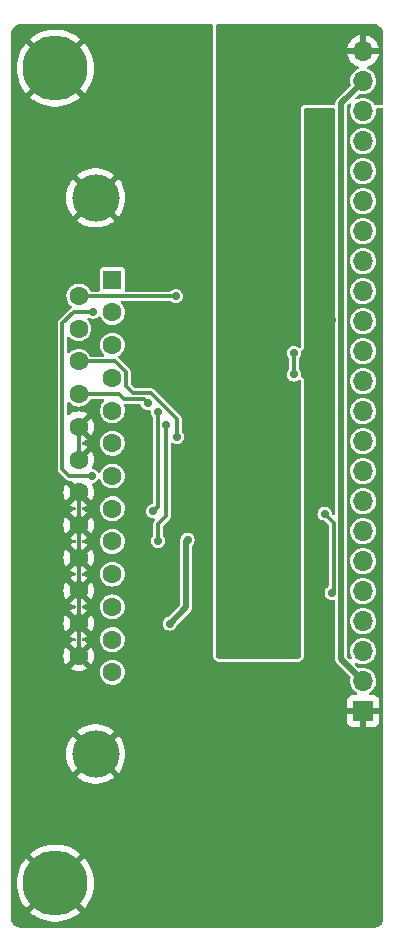
<source format=gbr>
%TF.GenerationSoftware,KiCad,Pcbnew,(6.0.11-0)*%
%TF.CreationDate,2023-05-17T23:02:26+12:00*%
%TF.ProjectId,controller-upper-cut,636f6e74-726f-46c6-9c65-722d75707065,3.2*%
%TF.SameCoordinates,PX1c9c380PY1312d00*%
%TF.FileFunction,Copper,L2,Bot*%
%TF.FilePolarity,Positive*%
%FSLAX46Y46*%
G04 Gerber Fmt 4.6, Leading zero omitted, Abs format (unit mm)*
G04 Created by KiCad (PCBNEW (6.0.11-0)) date 2023-05-17 23:02:26*
%MOMM*%
%LPD*%
G01*
G04 APERTURE LIST*
%TA.AperFunction,ComponentPad*%
%ADD10C,5.500000*%
%TD*%
%TA.AperFunction,ComponentPad*%
%ADD11C,4.000000*%
%TD*%
%TA.AperFunction,ComponentPad*%
%ADD12R,1.600000X1.600000*%
%TD*%
%TA.AperFunction,ComponentPad*%
%ADD13C,1.600000*%
%TD*%
%TA.AperFunction,ComponentPad*%
%ADD14R,1.700000X1.700000*%
%TD*%
%TA.AperFunction,ComponentPad*%
%ADD15O,1.700000X1.700000*%
%TD*%
%TA.AperFunction,ViaPad*%
%ADD16C,0.700000*%
%TD*%
%TA.AperFunction,Conductor*%
%ADD17C,0.300000*%
%TD*%
%TA.AperFunction,Conductor*%
%ADD18C,0.500000*%
%TD*%
G04 APERTURE END LIST*
D10*
%TO.P,H1,1,1*%
%TO.N,GND1*%
X24000000Y-99992893D03*
%TD*%
%TO.P,H2,1,1*%
%TO.N,GND1*%
X24000000Y-168992893D03*
%TD*%
D11*
%TO.P,J6,0,PAD*%
%TO.N,GND1*%
X27410331Y-158057893D03*
X27410331Y-110957893D03*
D12*
%TO.P,J6,1,1*%
%TO.N,/LPT Interface/P1_IN*%
X28830331Y-117887893D03*
D13*
%TO.P,J6,2,2*%
%TO.N,/LPT Interface/P2_IN*%
X28830331Y-120657893D03*
%TO.P,J6,3,3*%
%TO.N,/LPT Interface/P3_IN*%
X28830331Y-123427893D03*
%TO.P,J6,4,4*%
%TO.N,/LPT Interface/P4_IN*%
X28830331Y-126197893D03*
%TO.P,J6,5,5*%
%TO.N,/LPT Interface/P5_IN*%
X28830331Y-128967893D03*
%TO.P,J6,6,6*%
%TO.N,/LPT Interface/P6_IN*%
X28830331Y-131737893D03*
%TO.P,J6,7,7*%
%TO.N,/LPT Interface/P7_IN*%
X28830331Y-134507893D03*
%TO.P,J6,8,8*%
%TO.N,/LPT Interface/P8_IN*%
X28830331Y-137277893D03*
%TO.P,J6,9,9*%
%TO.N,/LPT Interface/P9_IN*%
X28830331Y-140047893D03*
%TO.P,J6,10,10*%
%TO.N,/LPT Interface/P10_OUT*%
X28830331Y-142817893D03*
%TO.P,J6,11,11*%
%TO.N,/LPT Interface/P11_OUT*%
X28830331Y-145587893D03*
%TO.P,J6,12,12*%
%TO.N,/LPT Interface/P12_OUT*%
X28830331Y-148357893D03*
%TO.P,J6,13,13*%
%TO.N,/LPT Interface/P13_OUT*%
X28830331Y-151127893D03*
%TO.P,J6,14,P14*%
%TO.N,/LPT Interface/P14_IN*%
X25990331Y-119272893D03*
%TO.P,J6,15,P15*%
%TO.N,/LPT Interface/P15_OUT*%
X25990331Y-122042893D03*
%TO.P,J6,16,P16*%
%TO.N,/LPT Interface/P16_IN*%
X25990331Y-124812893D03*
%TO.P,J6,17,P17*%
%TO.N,/LPT Interface/P17_IN*%
X25990331Y-127582893D03*
%TO.P,J6,18,P18*%
%TO.N,GND1*%
X25990331Y-130352893D03*
%TO.P,J6,19,P19*%
X25990331Y-133122893D03*
%TO.P,J6,20,P20*%
X25990331Y-135892893D03*
%TO.P,J6,21,P21*%
X25990331Y-138662893D03*
%TO.P,J6,22,P22*%
X25990331Y-141432893D03*
%TO.P,J6,23,P23*%
X25990331Y-144202893D03*
%TO.P,J6,24,P24*%
X25990331Y-146972893D03*
%TO.P,J6,25,P25*%
X25990331Y-149742893D03*
%TD*%
D14*
%TO.P,J1,1,Pin_1*%
%TO.N,GND1*%
X50063000Y-154417000D03*
D15*
%TO.P,J1,2,Pin_2*%
%TO.N,+5VA*%
X50063000Y-151877000D03*
%TO.P,J1,3,Pin_3*%
%TO.N,/HOLD_IN*%
X50063000Y-149337000D03*
%TO.P,J1,4,Pin_4*%
%TO.N,/LPT Interface/nCE_IN*%
X50063000Y-146797000D03*
%TO.P,J1,5,Pin_5*%
%TO.N,/LPT Interface/P1_OUT*%
X50063000Y-144257000D03*
%TO.P,J1,6,Pin_6*%
%TO.N,/LPT Interface/P13_IN*%
X50063000Y-141717000D03*
%TO.P,J1,7,Pin_7*%
%TO.N,/LPT Interface/P12_IN*%
X50063000Y-139177000D03*
%TO.P,J1,8,Pin_8*%
%TO.N,/LPT Interface/P11_IN*%
X50063000Y-136637000D03*
%TO.P,J1,9,Pin_9*%
%TO.N,/LPT Interface/P10_IN*%
X50063000Y-134097000D03*
%TO.P,J1,10,Pin_10*%
%TO.N,/LPT Interface/P9_OUT*%
X50063000Y-131557000D03*
%TO.P,J1,11,Pin_11*%
%TO.N,/LPT Interface/P8_OUT*%
X50063000Y-129017000D03*
%TO.P,J1,12,Pin_12*%
%TO.N,/LPT Interface/P17_OUT*%
X50063000Y-126477000D03*
%TO.P,J1,13,Pin_13*%
%TO.N,/LPT Interface/P16_OUT*%
X50063000Y-123937000D03*
%TO.P,J1,14,Pin_14*%
%TO.N,/LPT Interface/P14_OUT*%
X50063000Y-121397000D03*
%TO.P,J1,15,Pin_15*%
%TO.N,/LPT Interface/P7_OUT*%
X50063000Y-118857000D03*
%TO.P,J1,16,Pin_16*%
%TO.N,/LPT Interface/P6_OUT*%
X50063000Y-116317000D03*
%TO.P,J1,17,Pin_17*%
%TO.N,/LPT Interface/P5_OUT*%
X50063000Y-113777000D03*
%TO.P,J1,18,Pin_18*%
%TO.N,/LPT Interface/P4_OUT*%
X50063000Y-111237000D03*
%TO.P,J1,19,Pin_19*%
%TO.N,/LPT Interface/P3_OUT*%
X50063000Y-108697000D03*
%TO.P,J1,20,Pin_20*%
%TO.N,/LPT Interface/P2_OUT*%
X50063000Y-106157000D03*
%TO.P,J1,21,Pin_21*%
%TO.N,/LPT Interface/P15_IN*%
X50063000Y-103617000D03*
%TO.P,J1,22,Pin_22*%
%TO.N,+5VA*%
X50063000Y-101077000D03*
%TO.P,J1,23,Pin_23*%
%TO.N,GND2*%
X50063000Y-98537000D03*
%TD*%
D16*
%TO.N,/LPT Interface/P9_IN*%
X32700000Y-139992893D03*
X33400000Y-130192893D03*
%TO.N,/LPT Interface/P14_IN*%
X34200000Y-119292893D03*
%TO.N,/LPT Interface/P16_IN*%
X34300000Y-131192893D03*
%TO.N,/LPT Interface/P17_IN*%
X31817648Y-128327226D03*
%TO.N,/LPT Interface/P1_OUT*%
X46800500Y-137692893D03*
X47400500Y-144392893D03*
%TO.N,/LPT Interface/nCE_IN*%
X44200000Y-124092893D03*
X44200000Y-125916333D03*
%TO.N,/LPT Interface/P8_IN*%
X32300000Y-137500000D03*
X32700000Y-129092893D03*
%TO.N,/LPT Interface/P1_IN*%
X27100000Y-134492893D03*
X27200000Y-120592893D03*
%TO.N,GND1*%
X45000000Y-172092893D03*
X36000000Y-142800000D03*
X20900000Y-125992893D03*
X32600000Y-143900000D03*
X37900000Y-161592893D03*
X36100000Y-100392893D03*
X33600000Y-121792893D03*
X46500000Y-145692893D03*
X27700000Y-121992893D03*
X34500000Y-111092893D03*
X45500000Y-106392893D03*
X47400000Y-121292893D03*
X36000000Y-141000000D03*
X36900000Y-146992893D03*
X31800000Y-138700000D03*
X46800000Y-109492893D03*
X30300000Y-135600000D03*
X36800000Y-96892893D03*
X20900000Y-142792893D03*
X45500000Y-150200000D03*
X51275000Y-161692893D03*
X34600000Y-126700000D03*
X51000000Y-135292893D03*
X49000000Y-122592893D03*
X31600000Y-129400000D03*
X47100000Y-106392893D03*
X27100000Y-118092893D03*
X45500000Y-147992893D03*
X34600000Y-132300000D03*
X34600000Y-134500000D03*
X30000000Y-172092893D03*
X47100000Y-104392893D03*
X45200000Y-124192893D03*
X45500000Y-104792893D03*
X51100000Y-172092893D03*
X35100000Y-121892893D03*
X51275000Y-130292893D03*
X47244000Y-148392893D03*
X51275000Y-140392893D03*
X29700000Y-115892893D03*
X46500000Y-123292893D03*
X34100000Y-141700000D03*
X32600000Y-147492893D03*
X35200000Y-109492893D03*
X34975000Y-138117893D03*
X30100000Y-144700000D03*
X20900000Y-158592893D03*
X32600000Y-149800000D03*
X36900000Y-105192893D03*
X47100000Y-130692893D03*
X30100000Y-147492893D03*
X51275000Y-109892893D03*
X51275000Y-120092893D03*
X45000000Y-161692893D03*
X20900000Y-110992893D03*
X31900000Y-126700000D03*
X31900000Y-135600000D03*
X34565410Y-136038166D03*
X33500000Y-139300000D03*
X30100000Y-150100000D03*
X37900000Y-172092893D03*
X47300000Y-126292893D03*
X30100000Y-141300000D03*
X37900000Y-150900000D03*
%TO.N,+5VA*%
X35200000Y-139900000D03*
X33700000Y-147000000D03*
%TO.N,GND2*%
X38125000Y-109467893D03*
X38500000Y-139996893D03*
X38100000Y-126092893D03*
X40050000Y-111342893D03*
X40000000Y-141800000D03*
X38000000Y-124092893D03*
X40200000Y-148092893D03*
X41000000Y-139700000D03*
X41200000Y-141800000D03*
X40100000Y-132992893D03*
X41200000Y-149600000D03*
X40100000Y-124092893D03*
X38100000Y-96892893D03*
X40050000Y-109467893D03*
X43800000Y-111392893D03*
X40100000Y-105517893D03*
X42675000Y-126092893D03*
X40100000Y-126092893D03*
X39825000Y-107739393D03*
X42700000Y-138000000D03*
X38500000Y-149592893D03*
X38150000Y-111367893D03*
X44300000Y-138592893D03*
X46900000Y-99292893D03*
X45000000Y-96892893D03*
X42700000Y-149600000D03*
X45000000Y-101992893D03*
X40240000Y-98849393D03*
X40200000Y-146192893D03*
X44350000Y-109092893D03*
X40100000Y-101092893D03*
X42000000Y-104192893D03*
X42025000Y-111367893D03*
X42000000Y-109092893D03*
X44300000Y-149592893D03*
X42675000Y-124142893D03*
X41200000Y-145400000D03*
%TD*%
D17*
%TO.N,/LPT Interface/P9_IN*%
X32700000Y-138592893D02*
X32700000Y-139992893D01*
X33400000Y-137892893D02*
X32700000Y-138592893D01*
X33400000Y-130192893D02*
X33400000Y-137892893D01*
%TO.N,/LPT Interface/P14_IN*%
X34200000Y-119292893D02*
X26010331Y-119292893D01*
X26010331Y-119292893D02*
X25990331Y-119272893D01*
%TO.N,/LPT Interface/P16_IN*%
X29071677Y-124812893D02*
X25990331Y-124812893D01*
X32089950Y-127492893D02*
X30592893Y-127492893D01*
X30592893Y-127492893D02*
X29980331Y-126880331D01*
X29980331Y-126880331D02*
X29980331Y-125721547D01*
X34300000Y-129702943D02*
X32089950Y-127492893D01*
X34300000Y-131192893D02*
X34300000Y-129702943D01*
X29980331Y-125721547D02*
X29071677Y-124812893D01*
%TO.N,/LPT Interface/P17_IN*%
X31483315Y-127992893D02*
X29837285Y-127992893D01*
X29837285Y-127992893D02*
X29427285Y-127582893D01*
X29427285Y-127582893D02*
X25990331Y-127582893D01*
X31817648Y-128327226D02*
X31483315Y-127992893D01*
%TO.N,/LPT Interface/P1_OUT*%
X47400500Y-144392893D02*
X47600000Y-144193393D01*
X47600000Y-144193393D02*
X47600000Y-138492393D01*
X47600000Y-138492393D02*
X46800500Y-137692893D01*
%TO.N,/LPT Interface/nCE_IN*%
X44200000Y-125916333D02*
X44200000Y-124092893D01*
%TO.N,/LPT Interface/P8_IN*%
X32300000Y-137500000D02*
X32700000Y-137100000D01*
X32700000Y-137100000D02*
X32700000Y-129092893D01*
%TO.N,/LPT Interface/P1_IN*%
X24600000Y-133892893D02*
X24600000Y-121592893D01*
X24600000Y-121592893D02*
X25600000Y-120592893D01*
X27100000Y-134492893D02*
X25200000Y-134492893D01*
X25200000Y-134492893D02*
X24600000Y-133892893D01*
X25600000Y-120592893D02*
X27200000Y-120592893D01*
D18*
%TO.N,/HOLD_IN*%
X50125000Y-149292893D02*
X49700000Y-149292893D01*
D17*
%TO.N,GND1*%
X25990331Y-138662893D02*
X25990331Y-135892893D01*
X25990331Y-149742893D02*
X25990331Y-146972893D01*
X25990331Y-141432893D02*
X25990331Y-138662893D01*
X25990331Y-133122893D02*
X25990331Y-130352893D01*
X34565410Y-136038166D02*
X34565410Y-134534590D01*
X25990331Y-146972893D02*
X25990331Y-144202893D01*
X25990331Y-144202893D02*
X25990331Y-141432893D01*
X34565410Y-134534590D02*
X34600000Y-134500000D01*
D18*
%TO.N,+5VA*%
X50063000Y-151877000D02*
X48200000Y-150014000D01*
X35100000Y-145600000D02*
X35100000Y-140000000D01*
X35100000Y-140000000D02*
X35200000Y-139900000D01*
X33700000Y-147000000D02*
X35100000Y-145600000D01*
X48200000Y-150014000D02*
X48200000Y-102957893D01*
X48200000Y-102957893D02*
X50125000Y-101032893D01*
D17*
%TO.N,GND2*%
X42700000Y-138000000D02*
X42700000Y-149600000D01*
X41000000Y-141600000D02*
X41200000Y-141800000D01*
X40200000Y-148092893D02*
X40200000Y-146192893D01*
X38500000Y-139996893D02*
X40000000Y-141496893D01*
X40000000Y-141496893D02*
X40000000Y-141800000D01*
X41000000Y-139700000D02*
X41000000Y-141600000D01*
X41200000Y-149600000D02*
X41200000Y-145400000D01*
X44300000Y-138592893D02*
X44300000Y-149592893D01*
%TD*%
%TA.AperFunction,Conductor*%
%TO.N,GND1*%
G36*
X37287539Y-96270185D02*
G01*
X37333294Y-96322989D01*
X37344500Y-96374500D01*
X37344500Y-149680682D01*
X37345731Y-149705729D01*
X37348114Y-149729920D01*
X37351792Y-149754718D01*
X37352091Y-149756221D01*
X37359107Y-149791491D01*
X37367433Y-149833351D01*
X37381972Y-149881280D01*
X37400487Y-149925980D01*
X37424099Y-149970155D01*
X37425792Y-149972689D01*
X37425797Y-149972697D01*
X37460036Y-150023939D01*
X37460041Y-150023946D01*
X37461725Y-150026466D01*
X37463645Y-150028805D01*
X37463652Y-150028815D01*
X37489352Y-150060130D01*
X37493499Y-150065183D01*
X37527710Y-150099394D01*
X37530068Y-150101329D01*
X37530070Y-150101331D01*
X37564078Y-150129241D01*
X37564088Y-150129248D01*
X37566427Y-150131168D01*
X37568947Y-150132852D01*
X37568954Y-150132857D01*
X37620196Y-150167096D01*
X37620204Y-150167101D01*
X37622738Y-150168794D01*
X37625436Y-150170236D01*
X37664224Y-150190969D01*
X37664229Y-150190971D01*
X37666913Y-150192406D01*
X37711613Y-150210921D01*
X37737715Y-150218839D01*
X37756627Y-150224576D01*
X37756632Y-150224577D01*
X37759542Y-150225460D01*
X37762532Y-150226055D01*
X37762537Y-150226056D01*
X37827630Y-150239003D01*
X37838175Y-150241101D01*
X37853829Y-150243423D01*
X37861468Y-150244556D01*
X37861477Y-150244557D01*
X37862973Y-150244779D01*
X37887164Y-150247162D01*
X37888678Y-150247236D01*
X37888686Y-150247237D01*
X37910700Y-150248319D01*
X37910711Y-150248319D01*
X37912211Y-150248393D01*
X44487789Y-150248393D01*
X44489289Y-150248319D01*
X44489300Y-150248319D01*
X44511314Y-150247237D01*
X44511322Y-150247236D01*
X44512836Y-150247162D01*
X44537027Y-150244779D01*
X44538523Y-150244557D01*
X44538532Y-150244556D01*
X44546171Y-150243423D01*
X44561825Y-150241101D01*
X44572370Y-150239003D01*
X44637463Y-150226056D01*
X44637468Y-150226055D01*
X44640458Y-150225460D01*
X44643368Y-150224577D01*
X44643373Y-150224576D01*
X44662285Y-150218839D01*
X44688387Y-150210921D01*
X44733087Y-150192406D01*
X44735771Y-150190971D01*
X44735776Y-150190969D01*
X44774564Y-150170236D01*
X44777262Y-150168794D01*
X44779796Y-150167101D01*
X44779804Y-150167096D01*
X44831046Y-150132857D01*
X44831053Y-150132852D01*
X44833573Y-150131168D01*
X44835912Y-150129248D01*
X44835922Y-150129241D01*
X44869930Y-150101331D01*
X44869932Y-150101329D01*
X44872290Y-150099394D01*
X44906501Y-150065183D01*
X44910648Y-150060130D01*
X44936348Y-150028815D01*
X44936355Y-150028805D01*
X44938275Y-150026466D01*
X44939959Y-150023946D01*
X44939964Y-150023939D01*
X44974203Y-149972697D01*
X44974208Y-149972689D01*
X44975901Y-149970155D01*
X44999513Y-149925980D01*
X45018028Y-149881280D01*
X45032567Y-149833351D01*
X45040894Y-149791491D01*
X45047909Y-149756221D01*
X45048208Y-149754718D01*
X45051886Y-149729920D01*
X45054269Y-149705729D01*
X45055500Y-149680682D01*
X45055500Y-126464298D01*
X45047183Y-126399638D01*
X45042673Y-126382396D01*
X45031880Y-126341135D01*
X45031876Y-126341121D01*
X45031300Y-126338920D01*
X45018989Y-126303004D01*
X44962622Y-126220779D01*
X44912633Y-126171965D01*
X44877336Y-126143173D01*
X44869166Y-126139732D01*
X44869163Y-126139730D01*
X44868296Y-126139365D01*
X44867568Y-126138771D01*
X44861562Y-126135159D01*
X44862081Y-126134295D01*
X44814156Y-126095198D01*
X44792489Y-126028773D01*
X44793495Y-126008905D01*
X44804621Y-125924392D01*
X44805682Y-125916333D01*
X44785044Y-125759571D01*
X44775889Y-125737467D01*
X44727646Y-125621000D01*
X44724536Y-125613492D01*
X44628282Y-125488051D01*
X44630436Y-125486398D01*
X44603334Y-125436765D01*
X44600500Y-125410407D01*
X44600500Y-124598819D01*
X44620185Y-124531780D01*
X44628559Y-124521388D01*
X44628282Y-124521175D01*
X44711753Y-124412393D01*
X44724536Y-124395734D01*
X44748544Y-124337774D01*
X44781934Y-124257164D01*
X44781935Y-124257162D01*
X44785044Y-124249655D01*
X44805682Y-124092893D01*
X44793136Y-123997597D01*
X44803902Y-123928562D01*
X44854715Y-123873658D01*
X44889533Y-123853831D01*
X44894828Y-123850816D01*
X44947632Y-123805061D01*
X44979257Y-123772287D01*
X45025465Y-123683952D01*
X45045150Y-123616913D01*
X45045800Y-123612396D01*
X45054870Y-123549308D01*
X45055500Y-123544928D01*
X45055500Y-103472393D01*
X45075185Y-103405354D01*
X45127989Y-103359599D01*
X45179500Y-103348393D01*
X47572920Y-103348393D01*
X47572920Y-103349113D01*
X47637869Y-103365106D01*
X47685911Y-103415839D01*
X47699500Y-103472279D01*
X47699500Y-137726138D01*
X47679815Y-137793177D01*
X47627011Y-137838932D01*
X47557853Y-137848876D01*
X47494297Y-137819851D01*
X47487819Y-137813819D01*
X47441440Y-137767440D01*
X47407955Y-137706117D01*
X47406528Y-137692847D01*
X47406182Y-137692893D01*
X47386605Y-137544190D01*
X47385544Y-137536131D01*
X47377829Y-137517504D01*
X47328146Y-137397560D01*
X47325036Y-137390052D01*
X47228782Y-137264611D01*
X47103341Y-137168357D01*
X47078622Y-137158118D01*
X46964771Y-137110959D01*
X46964769Y-137110958D01*
X46957262Y-137107849D01*
X46800500Y-137087211D01*
X46643738Y-137107849D01*
X46636231Y-137110958D01*
X46636229Y-137110959D01*
X46522378Y-137158118D01*
X46497659Y-137168357D01*
X46372218Y-137264611D01*
X46275964Y-137390052D01*
X46272854Y-137397560D01*
X46223172Y-137517504D01*
X46215456Y-137536131D01*
X46214395Y-137544190D01*
X46205137Y-137614512D01*
X46194818Y-137692893D01*
X46215456Y-137849655D01*
X46218565Y-137857162D01*
X46218566Y-137857164D01*
X46253410Y-137941284D01*
X46275964Y-137995734D01*
X46311708Y-138042317D01*
X46363217Y-138109444D01*
X46372218Y-138121175D01*
X46497659Y-138217429D01*
X46505167Y-138220539D01*
X46636229Y-138274827D01*
X46636231Y-138274828D01*
X46643738Y-138277937D01*
X46651797Y-138278998D01*
X46800500Y-138298575D01*
X46800146Y-138301267D01*
X46854405Y-138317199D01*
X46875047Y-138333833D01*
X47163181Y-138621967D01*
X47196666Y-138683290D01*
X47199500Y-138709648D01*
X47199500Y-143743319D01*
X47179815Y-143810358D01*
X47122952Y-143857880D01*
X47105169Y-143865246D01*
X47105167Y-143865247D01*
X47097659Y-143868357D01*
X46972218Y-143964611D01*
X46875964Y-144090052D01*
X46872854Y-144097560D01*
X46824002Y-144215500D01*
X46815456Y-144236131D01*
X46794818Y-144392893D01*
X46815456Y-144549655D01*
X46818565Y-144557162D01*
X46818566Y-144557164D01*
X46841693Y-144612997D01*
X46875964Y-144695734D01*
X46972218Y-144821175D01*
X47097659Y-144917429D01*
X47105167Y-144920539D01*
X47236229Y-144974827D01*
X47236231Y-144974828D01*
X47243738Y-144977937D01*
X47400500Y-144998575D01*
X47408559Y-144997514D01*
X47454066Y-144991523D01*
X47557262Y-144977937D01*
X47557651Y-144980890D01*
X47613262Y-144982216D01*
X47671122Y-145021381D01*
X47698624Y-145085610D01*
X47699500Y-145100326D01*
X47699500Y-149944039D01*
X47698165Y-149955985D01*
X47698639Y-149956023D01*
X47697930Y-149964832D01*
X47695981Y-149973447D01*
X47696528Y-149982264D01*
X47696528Y-149982265D01*
X47699262Y-150026328D01*
X47699500Y-150034007D01*
X47699500Y-150049940D01*
X47700126Y-150054308D01*
X47700126Y-150054314D01*
X47700959Y-150060130D01*
X47701973Y-150070029D01*
X47704859Y-150116538D01*
X47707860Y-150124849D01*
X47708446Y-150127681D01*
X47712610Y-150144384D01*
X47713424Y-150147168D01*
X47714677Y-150155918D01*
X47733969Y-150198348D01*
X47737716Y-150207554D01*
X47750083Y-150241810D01*
X47753540Y-150251387D01*
X47758755Y-150258525D01*
X47760116Y-150261085D01*
X47768805Y-150275955D01*
X47770359Y-150278385D01*
X47774016Y-150286428D01*
X47792847Y-150308282D01*
X47804444Y-150321741D01*
X47810629Y-150329531D01*
X47818522Y-150340336D01*
X47829322Y-150351136D01*
X47835579Y-150357875D01*
X47861833Y-150388345D01*
X47861836Y-150388348D01*
X47867600Y-150395037D01*
X47875015Y-150399843D01*
X47881139Y-150405185D01*
X47892837Y-150414651D01*
X48962983Y-151484797D01*
X48996468Y-151546120D01*
X48993725Y-151609249D01*
X48981937Y-151647213D01*
X48958164Y-151848069D01*
X48958535Y-151853731D01*
X48958535Y-151853735D01*
X48963851Y-151934842D01*
X48971392Y-152049894D01*
X49021178Y-152245928D01*
X49105856Y-152429607D01*
X49222588Y-152594780D01*
X49367466Y-152735913D01*
X49439741Y-152784206D01*
X49511118Y-152831899D01*
X49555923Y-152885511D01*
X49564630Y-152954836D01*
X49534475Y-153017864D01*
X49475032Y-153054583D01*
X49442227Y-153059001D01*
X49168274Y-153059001D01*
X49161569Y-153059364D01*
X49110523Y-153064908D01*
X49095512Y-153068478D01*
X48974810Y-153113727D01*
X48959468Y-153122126D01*
X48857165Y-153198798D01*
X48844798Y-153211165D01*
X48768126Y-153313468D01*
X48759727Y-153328810D01*
X48714476Y-153449515D01*
X48710909Y-153464518D01*
X48705363Y-153515573D01*
X48705000Y-153522271D01*
X48705000Y-154145170D01*
X48709404Y-154160169D01*
X48710774Y-154161356D01*
X48718332Y-154163000D01*
X51403169Y-154163000D01*
X51418168Y-154158596D01*
X51419355Y-154157226D01*
X51420999Y-154149668D01*
X51420999Y-153522274D01*
X51420636Y-153515569D01*
X51415092Y-153464523D01*
X51411522Y-153449512D01*
X51366273Y-153328810D01*
X51357874Y-153313468D01*
X51281202Y-153211165D01*
X51268835Y-153198798D01*
X51166532Y-153122126D01*
X51151190Y-153113727D01*
X51030485Y-153068476D01*
X51015482Y-153064909D01*
X50964427Y-153059363D01*
X50957729Y-153059000D01*
X50679998Y-153059000D01*
X50612959Y-153039315D01*
X50567204Y-152986511D01*
X50557260Y-152917353D01*
X50586285Y-152853797D01*
X50619409Y-152826810D01*
X50684048Y-152790611D01*
X50684050Y-152790610D01*
X50689001Y-152787837D01*
X50751433Y-152735913D01*
X50840138Y-152662137D01*
X50844505Y-152658505D01*
X50973837Y-152503001D01*
X51072664Y-152326531D01*
X51121462Y-152182779D01*
X51135852Y-152140387D01*
X51135853Y-152140384D01*
X51137678Y-152135007D01*
X51143451Y-152095190D01*
X51166176Y-151938458D01*
X51166176Y-151938453D01*
X51166700Y-151934842D01*
X51168215Y-151877000D01*
X51149708Y-151675591D01*
X51104834Y-151516479D01*
X51096352Y-151486403D01*
X51096351Y-151486400D01*
X51094807Y-151480926D01*
X51005351Y-151299527D01*
X50884335Y-151137467D01*
X50735812Y-151000174D01*
X50700838Y-150978107D01*
X50569566Y-150895280D01*
X50569564Y-150895279D01*
X50564757Y-150892246D01*
X50376898Y-150817298D01*
X50371317Y-150816188D01*
X50371314Y-150816187D01*
X50296617Y-150801329D01*
X50178526Y-150777839D01*
X50172839Y-150777765D01*
X50172834Y-150777764D01*
X49981975Y-150775266D01*
X49981970Y-150775266D01*
X49976286Y-150775192D01*
X49970682Y-150776155D01*
X49970681Y-150776155D01*
X49777342Y-150809376D01*
X49707937Y-150801329D01*
X49668662Y-150774848D01*
X49407247Y-150513433D01*
X49373762Y-150452110D01*
X49378746Y-150382418D01*
X49420618Y-150326485D01*
X49486082Y-150302068D01*
X49543876Y-150311822D01*
X49601249Y-150336471D01*
X49721470Y-150388122D01*
X49817502Y-150409852D01*
X49913193Y-150431505D01*
X49913195Y-150431505D01*
X49918740Y-150432760D01*
X50036135Y-150437372D01*
X50115161Y-150440477D01*
X50115163Y-150440477D01*
X50120842Y-150440700D01*
X50126462Y-150439885D01*
X50126465Y-150439885D01*
X50315387Y-150412493D01*
X50315389Y-150412493D01*
X50321007Y-150411678D01*
X50326384Y-150409853D01*
X50326387Y-150409852D01*
X50432862Y-150373708D01*
X50512531Y-150346664D01*
X50638792Y-150275955D01*
X50684048Y-150250611D01*
X50684050Y-150250610D01*
X50689001Y-150247837D01*
X50732330Y-150211801D01*
X50840138Y-150122137D01*
X50844505Y-150118505D01*
X50888853Y-150065183D01*
X50970206Y-149967367D01*
X50970207Y-149967366D01*
X50973837Y-149963001D01*
X50976697Y-149957895D01*
X51018030Y-149884088D01*
X51072664Y-149786531D01*
X51137678Y-149595007D01*
X51164032Y-149413244D01*
X51166176Y-149398458D01*
X51166176Y-149398453D01*
X51166700Y-149394842D01*
X51167323Y-149371076D01*
X51168119Y-149340661D01*
X51168215Y-149337000D01*
X51149708Y-149135591D01*
X51094807Y-148940926D01*
X51005351Y-148759527D01*
X50884335Y-148597467D01*
X50822697Y-148540490D01*
X50739988Y-148464034D01*
X50739986Y-148464033D01*
X50735812Y-148460174D01*
X50708374Y-148442862D01*
X50569566Y-148355280D01*
X50569564Y-148355279D01*
X50564757Y-148352246D01*
X50376898Y-148277298D01*
X50371317Y-148276188D01*
X50371314Y-148276187D01*
X50303373Y-148262673D01*
X50178526Y-148237839D01*
X50172839Y-148237765D01*
X50172834Y-148237764D01*
X49981975Y-148235266D01*
X49981970Y-148235266D01*
X49976286Y-148235192D01*
X49970682Y-148236155D01*
X49970681Y-148236155D01*
X49782546Y-148268482D01*
X49782543Y-148268483D01*
X49776949Y-148269444D01*
X49755660Y-148277298D01*
X49592521Y-148337483D01*
X49592517Y-148337485D01*
X49587193Y-148339449D01*
X49582310Y-148342354D01*
X49582308Y-148342355D01*
X49506650Y-148387367D01*
X49413371Y-148442862D01*
X49261305Y-148576220D01*
X49136089Y-148735057D01*
X49133442Y-148740088D01*
X49130080Y-148746479D01*
X49041914Y-148914053D01*
X49040229Y-148919479D01*
X49040228Y-148919482D01*
X49033570Y-148940926D01*
X48981937Y-149107213D01*
X48958164Y-149308069D01*
X48958535Y-149313731D01*
X48958535Y-149313735D01*
X48964021Y-149397439D01*
X48971392Y-149509894D01*
X49021178Y-149705928D01*
X49060624Y-149791491D01*
X49090930Y-149857230D01*
X49101120Y-149926352D01*
X49072323Y-149990011D01*
X49013680Y-150027995D01*
X48943811Y-150028245D01*
X48890639Y-149996825D01*
X48736819Y-149843005D01*
X48703334Y-149781682D01*
X48700500Y-149755324D01*
X48700500Y-146768069D01*
X48958164Y-146768069D01*
X48958535Y-146773731D01*
X48958535Y-146773735D01*
X48963619Y-146851297D01*
X48971392Y-146969894D01*
X49021178Y-147165928D01*
X49023554Y-147171082D01*
X49100145Y-147337218D01*
X49105856Y-147349607D01*
X49222588Y-147514780D01*
X49367466Y-147655913D01*
X49535637Y-147768282D01*
X49721470Y-147848122D01*
X49817502Y-147869852D01*
X49913193Y-147891505D01*
X49913195Y-147891505D01*
X49918740Y-147892760D01*
X50036135Y-147897372D01*
X50115161Y-147900477D01*
X50115163Y-147900477D01*
X50120842Y-147900700D01*
X50126462Y-147899885D01*
X50126465Y-147899885D01*
X50315387Y-147872493D01*
X50315389Y-147872493D01*
X50321007Y-147871678D01*
X50326384Y-147869853D01*
X50326387Y-147869852D01*
X50411090Y-147841099D01*
X50512531Y-147806664D01*
X50689001Y-147707837D01*
X50751433Y-147655913D01*
X50840138Y-147582137D01*
X50844505Y-147578505D01*
X50924123Y-147482775D01*
X50970206Y-147427367D01*
X50970207Y-147427366D01*
X50973837Y-147423001D01*
X50996808Y-147381984D01*
X51029352Y-147323870D01*
X51072664Y-147246531D01*
X51137678Y-147055007D01*
X51144485Y-147008059D01*
X51166176Y-146858458D01*
X51166176Y-146858453D01*
X51166700Y-146854842D01*
X51168215Y-146797000D01*
X51149708Y-146595591D01*
X51098764Y-146414956D01*
X51096352Y-146406403D01*
X51096351Y-146406400D01*
X51094807Y-146400926D01*
X51005351Y-146219527D01*
X50884335Y-146057467D01*
X50802560Y-145981875D01*
X50739988Y-145924034D01*
X50739986Y-145924033D01*
X50735812Y-145920174D01*
X50701304Y-145898401D01*
X50569566Y-145815280D01*
X50569564Y-145815279D01*
X50564757Y-145812246D01*
X50376898Y-145737298D01*
X50371317Y-145736188D01*
X50371314Y-145736187D01*
X50288317Y-145719678D01*
X50178526Y-145697839D01*
X50172839Y-145697765D01*
X50172834Y-145697764D01*
X49981975Y-145695266D01*
X49981970Y-145695266D01*
X49976286Y-145695192D01*
X49970682Y-145696155D01*
X49970681Y-145696155D01*
X49782546Y-145728482D01*
X49782543Y-145728483D01*
X49776949Y-145729444D01*
X49755660Y-145737298D01*
X49592521Y-145797483D01*
X49592517Y-145797485D01*
X49587193Y-145799449D01*
X49582310Y-145802354D01*
X49582308Y-145802355D01*
X49420869Y-145898401D01*
X49413371Y-145902862D01*
X49261305Y-146036220D01*
X49136089Y-146195057D01*
X49133442Y-146200088D01*
X49102803Y-146258322D01*
X49041914Y-146374053D01*
X49040229Y-146379479D01*
X49040228Y-146379482D01*
X49029213Y-146414956D01*
X48981937Y-146567213D01*
X48958164Y-146768069D01*
X48700500Y-146768069D01*
X48700500Y-144228069D01*
X48958164Y-144228069D01*
X48958535Y-144233731D01*
X48958535Y-144233735D01*
X48963851Y-144314842D01*
X48971392Y-144429894D01*
X49021178Y-144625928D01*
X49105856Y-144809607D01*
X49222588Y-144974780D01*
X49367466Y-145115913D01*
X49535637Y-145228282D01*
X49721470Y-145308122D01*
X49817502Y-145329852D01*
X49913193Y-145351505D01*
X49913195Y-145351505D01*
X49918740Y-145352760D01*
X50036135Y-145357372D01*
X50115161Y-145360477D01*
X50115163Y-145360477D01*
X50120842Y-145360700D01*
X50126462Y-145359885D01*
X50126465Y-145359885D01*
X50315387Y-145332493D01*
X50315389Y-145332493D01*
X50321007Y-145331678D01*
X50326384Y-145329853D01*
X50326387Y-145329852D01*
X50413685Y-145300218D01*
X50512531Y-145266664D01*
X50657208Y-145185642D01*
X50684048Y-145170611D01*
X50684050Y-145170610D01*
X50689001Y-145167837D01*
X50751433Y-145115913D01*
X50840138Y-145042137D01*
X50844505Y-145038505D01*
X50945174Y-144917464D01*
X50970206Y-144887367D01*
X50970207Y-144887366D01*
X50973837Y-144883001D01*
X51005691Y-144826122D01*
X51069886Y-144711491D01*
X51072664Y-144706531D01*
X51107099Y-144605090D01*
X51135852Y-144520387D01*
X51135853Y-144520384D01*
X51137678Y-144515007D01*
X51154215Y-144400952D01*
X51166176Y-144318458D01*
X51166176Y-144318453D01*
X51166700Y-144314842D01*
X51168215Y-144257000D01*
X51149708Y-144055591D01*
X51094807Y-143860926D01*
X51005351Y-143679527D01*
X50884335Y-143517467D01*
X50735812Y-143380174D01*
X50564757Y-143272246D01*
X50376898Y-143197298D01*
X50371317Y-143196188D01*
X50371314Y-143196187D01*
X50303373Y-143182673D01*
X50178526Y-143157839D01*
X50172839Y-143157765D01*
X50172834Y-143157764D01*
X49981975Y-143155266D01*
X49981970Y-143155266D01*
X49976286Y-143155192D01*
X49970682Y-143156155D01*
X49970681Y-143156155D01*
X49782546Y-143188482D01*
X49782543Y-143188483D01*
X49776949Y-143189444D01*
X49755660Y-143197298D01*
X49592521Y-143257483D01*
X49592517Y-143257485D01*
X49587193Y-143259449D01*
X49582310Y-143262354D01*
X49582308Y-143262355D01*
X49565683Y-143272246D01*
X49413371Y-143362862D01*
X49261305Y-143496220D01*
X49136089Y-143655057D01*
X49041914Y-143834053D01*
X49040229Y-143839479D01*
X49040228Y-143839482D01*
X49034508Y-143857904D01*
X48981937Y-144027213D01*
X48958164Y-144228069D01*
X48700500Y-144228069D01*
X48700500Y-141688069D01*
X48958164Y-141688069D01*
X48958535Y-141693731D01*
X48958535Y-141693735D01*
X48963851Y-141774842D01*
X48971392Y-141889894D01*
X49021178Y-142085928D01*
X49023554Y-142091082D01*
X49087156Y-142229043D01*
X49105856Y-142269607D01*
X49222588Y-142434780D01*
X49367466Y-142575913D01*
X49535637Y-142688282D01*
X49721470Y-142768122D01*
X49817502Y-142789852D01*
X49913193Y-142811505D01*
X49913195Y-142811505D01*
X49918740Y-142812760D01*
X50036135Y-142817372D01*
X50115161Y-142820477D01*
X50115163Y-142820477D01*
X50120842Y-142820700D01*
X50126462Y-142819885D01*
X50126465Y-142819885D01*
X50315387Y-142792493D01*
X50315389Y-142792493D01*
X50321007Y-142791678D01*
X50326384Y-142789853D01*
X50326387Y-142789852D01*
X50411090Y-142761099D01*
X50512531Y-142726664D01*
X50689001Y-142627837D01*
X50713983Y-142607060D01*
X50840138Y-142502137D01*
X50844505Y-142498505D01*
X50973837Y-142343001D01*
X51072664Y-142166531D01*
X51137678Y-141975007D01*
X51141791Y-141946639D01*
X51166176Y-141778458D01*
X51166176Y-141778453D01*
X51166700Y-141774842D01*
X51168215Y-141717000D01*
X51149708Y-141515591D01*
X51094807Y-141320926D01*
X51005351Y-141139527D01*
X50884335Y-140977467D01*
X50816417Y-140914684D01*
X50739988Y-140844034D01*
X50739986Y-140844033D01*
X50735812Y-140840174D01*
X50697573Y-140816047D01*
X50569566Y-140735280D01*
X50569564Y-140735279D01*
X50564757Y-140732246D01*
X50376898Y-140657298D01*
X50371317Y-140656188D01*
X50371314Y-140656187D01*
X50303373Y-140642673D01*
X50178526Y-140617839D01*
X50172839Y-140617765D01*
X50172834Y-140617764D01*
X49981975Y-140615266D01*
X49981970Y-140615266D01*
X49976286Y-140615192D01*
X49970682Y-140616155D01*
X49970681Y-140616155D01*
X49782546Y-140648482D01*
X49782543Y-140648483D01*
X49776949Y-140649444D01*
X49758189Y-140656365D01*
X49592521Y-140717483D01*
X49592517Y-140717485D01*
X49587193Y-140719449D01*
X49582310Y-140722354D01*
X49582308Y-140722355D01*
X49424826Y-140816047D01*
X49413371Y-140822862D01*
X49261305Y-140956220D01*
X49136089Y-141115057D01*
X49041914Y-141294053D01*
X49040229Y-141299479D01*
X49040228Y-141299482D01*
X49033570Y-141320926D01*
X48981937Y-141487213D01*
X48958164Y-141688069D01*
X48700500Y-141688069D01*
X48700500Y-139148069D01*
X48958164Y-139148069D01*
X48958535Y-139153731D01*
X48958535Y-139153735D01*
X48963851Y-139234842D01*
X48971392Y-139349894D01*
X49021178Y-139545928D01*
X49023554Y-139551082D01*
X49084649Y-139683605D01*
X49105856Y-139729607D01*
X49222588Y-139894780D01*
X49367466Y-140035913D01*
X49535637Y-140148282D01*
X49721470Y-140228122D01*
X49792895Y-140244284D01*
X49913193Y-140271505D01*
X49913195Y-140271505D01*
X49918740Y-140272760D01*
X50036135Y-140277372D01*
X50115161Y-140280477D01*
X50115163Y-140280477D01*
X50120842Y-140280700D01*
X50126462Y-140279885D01*
X50126465Y-140279885D01*
X50315387Y-140252493D01*
X50315389Y-140252493D01*
X50321007Y-140251678D01*
X50326384Y-140249853D01*
X50326387Y-140249852D01*
X50464875Y-140202841D01*
X50512531Y-140186664D01*
X50689001Y-140087837D01*
X50726365Y-140056762D01*
X50840138Y-139962137D01*
X50844505Y-139958505D01*
X50952692Y-139828425D01*
X50970206Y-139807367D01*
X50970207Y-139807366D01*
X50973837Y-139803001D01*
X51072664Y-139626531D01*
X51107099Y-139525090D01*
X51135852Y-139440387D01*
X51135853Y-139440384D01*
X51137678Y-139435007D01*
X51153799Y-139323820D01*
X51166176Y-139238458D01*
X51166176Y-139238453D01*
X51166700Y-139234842D01*
X51168215Y-139177000D01*
X51149708Y-138975591D01*
X51122258Y-138878259D01*
X51096352Y-138786403D01*
X51096351Y-138786400D01*
X51094807Y-138780926D01*
X51005351Y-138599527D01*
X50884335Y-138437467D01*
X50735812Y-138300174D01*
X50695640Y-138274827D01*
X50569566Y-138195280D01*
X50569564Y-138195279D01*
X50564757Y-138192246D01*
X50376898Y-138117298D01*
X50371317Y-138116188D01*
X50371314Y-138116187D01*
X50303373Y-138102673D01*
X50178526Y-138077839D01*
X50172839Y-138077765D01*
X50172834Y-138077764D01*
X49981975Y-138075266D01*
X49981970Y-138075266D01*
X49976286Y-138075192D01*
X49970682Y-138076155D01*
X49970681Y-138076155D01*
X49782546Y-138108482D01*
X49782543Y-138108483D01*
X49776949Y-138109444D01*
X49755660Y-138117298D01*
X49592521Y-138177483D01*
X49592517Y-138177485D01*
X49587193Y-138179449D01*
X49582310Y-138182354D01*
X49582308Y-138182355D01*
X49421649Y-138277937D01*
X49413371Y-138282862D01*
X49261305Y-138416220D01*
X49136089Y-138575057D01*
X49133442Y-138580088D01*
X49089290Y-138664006D01*
X49041914Y-138754053D01*
X49040229Y-138759479D01*
X49040228Y-138759482D01*
X49033570Y-138780926D01*
X48981937Y-138947213D01*
X48958164Y-139148069D01*
X48700500Y-139148069D01*
X48700500Y-136608069D01*
X48958164Y-136608069D01*
X48958535Y-136613731D01*
X48958535Y-136613735D01*
X48963779Y-136693742D01*
X48971392Y-136809894D01*
X49021178Y-137005928D01*
X49023554Y-137011082D01*
X49096060Y-137168357D01*
X49105856Y-137189607D01*
X49222588Y-137354780D01*
X49367466Y-137495913D01*
X49535637Y-137608282D01*
X49721470Y-137688122D01*
X49817502Y-137709852D01*
X49913193Y-137731505D01*
X49913195Y-137731505D01*
X49918740Y-137732760D01*
X50036135Y-137737372D01*
X50115161Y-137740477D01*
X50115163Y-137740477D01*
X50120842Y-137740700D01*
X50126462Y-137739885D01*
X50126465Y-137739885D01*
X50315387Y-137712493D01*
X50315389Y-137712493D01*
X50321007Y-137711678D01*
X50326384Y-137709853D01*
X50326387Y-137709852D01*
X50454158Y-137666479D01*
X50512531Y-137646664D01*
X50689001Y-137547837D01*
X50712105Y-137528622D01*
X50840138Y-137422137D01*
X50844505Y-137418505D01*
X50907104Y-137343238D01*
X50970206Y-137267367D01*
X50970207Y-137267366D01*
X50973837Y-137263001D01*
X50992834Y-137229080D01*
X51032574Y-137158118D01*
X51072664Y-137086531D01*
X51113350Y-136966674D01*
X51135852Y-136900387D01*
X51135853Y-136900384D01*
X51137678Y-136895007D01*
X51150840Y-136804228D01*
X51166176Y-136698458D01*
X51166176Y-136698453D01*
X51166700Y-136694842D01*
X51168215Y-136637000D01*
X51149708Y-136435591D01*
X51113632Y-136307676D01*
X51096352Y-136246403D01*
X51096351Y-136246400D01*
X51094807Y-136240926D01*
X51005351Y-136059527D01*
X50884335Y-135897467D01*
X50735812Y-135760174D01*
X50564757Y-135652246D01*
X50376898Y-135577298D01*
X50371317Y-135576188D01*
X50371314Y-135576187D01*
X50302635Y-135562526D01*
X50178526Y-135537839D01*
X50172839Y-135537765D01*
X50172834Y-135537764D01*
X49981975Y-135535266D01*
X49981970Y-135535266D01*
X49976286Y-135535192D01*
X49970682Y-135536155D01*
X49970681Y-135536155D01*
X49782546Y-135568482D01*
X49782543Y-135568483D01*
X49776949Y-135569444D01*
X49755660Y-135577298D01*
X49592521Y-135637483D01*
X49592517Y-135637485D01*
X49587193Y-135639449D01*
X49582310Y-135642354D01*
X49582308Y-135642355D01*
X49418262Y-135739952D01*
X49413371Y-135742862D01*
X49261305Y-135876220D01*
X49136089Y-136035057D01*
X49041914Y-136214053D01*
X49040229Y-136219479D01*
X49040228Y-136219482D01*
X49013740Y-136304790D01*
X48981937Y-136407213D01*
X48958164Y-136608069D01*
X48700500Y-136608069D01*
X48700500Y-134068069D01*
X48958164Y-134068069D01*
X48958535Y-134073731D01*
X48958535Y-134073735D01*
X48963667Y-134152026D01*
X48971392Y-134269894D01*
X49021178Y-134465928D01*
X49105856Y-134649607D01*
X49222588Y-134814780D01*
X49367466Y-134955913D01*
X49535637Y-135068282D01*
X49721470Y-135148122D01*
X49817502Y-135169852D01*
X49913193Y-135191505D01*
X49913195Y-135191505D01*
X49918740Y-135192760D01*
X50036135Y-135197372D01*
X50115161Y-135200477D01*
X50115163Y-135200477D01*
X50120842Y-135200700D01*
X50126462Y-135199885D01*
X50126465Y-135199885D01*
X50315387Y-135172493D01*
X50315389Y-135172493D01*
X50321007Y-135171678D01*
X50326384Y-135169853D01*
X50326387Y-135169852D01*
X50411090Y-135141099D01*
X50512531Y-135106664D01*
X50689001Y-135007837D01*
X50751433Y-134955913D01*
X50840138Y-134882137D01*
X50844505Y-134878505D01*
X50914507Y-134794337D01*
X50970206Y-134727367D01*
X50970207Y-134727366D01*
X50973837Y-134723001D01*
X51072664Y-134546531D01*
X51137678Y-134355007D01*
X51144363Y-134308899D01*
X51166176Y-134158458D01*
X51166176Y-134158453D01*
X51166700Y-134154842D01*
X51168215Y-134097000D01*
X51149708Y-133895591D01*
X51094807Y-133700926D01*
X51005351Y-133519527D01*
X50884335Y-133357467D01*
X50735812Y-133220174D01*
X50703762Y-133199952D01*
X50569566Y-133115280D01*
X50569564Y-133115279D01*
X50564757Y-133112246D01*
X50376898Y-133037298D01*
X50371317Y-133036188D01*
X50371314Y-133036187D01*
X50303373Y-133022673D01*
X50178526Y-132997839D01*
X50172839Y-132997765D01*
X50172834Y-132997764D01*
X49981975Y-132995266D01*
X49981970Y-132995266D01*
X49976286Y-132995192D01*
X49970682Y-132996155D01*
X49970681Y-132996155D01*
X49782546Y-133028482D01*
X49782543Y-133028483D01*
X49776949Y-133029444D01*
X49755660Y-133037298D01*
X49592521Y-133097483D01*
X49592517Y-133097485D01*
X49587193Y-133099449D01*
X49582310Y-133102354D01*
X49582308Y-133102355D01*
X49503483Y-133149251D01*
X49413371Y-133202862D01*
X49261305Y-133336220D01*
X49136089Y-133495057D01*
X49041914Y-133674053D01*
X49040229Y-133679479D01*
X49040228Y-133679482D01*
X49033570Y-133700926D01*
X48981937Y-133867213D01*
X48958164Y-134068069D01*
X48700500Y-134068069D01*
X48700500Y-131528069D01*
X48958164Y-131528069D01*
X48958535Y-131533731D01*
X48958535Y-131533735D01*
X48963844Y-131614728D01*
X48971392Y-131729894D01*
X49021178Y-131925928D01*
X49023554Y-131931082D01*
X49066848Y-132024992D01*
X49105856Y-132109607D01*
X49222588Y-132274780D01*
X49367466Y-132415913D01*
X49535637Y-132528282D01*
X49721470Y-132608122D01*
X49797916Y-132625420D01*
X49913193Y-132651505D01*
X49913195Y-132651505D01*
X49918740Y-132652760D01*
X50036135Y-132657372D01*
X50115161Y-132660477D01*
X50115163Y-132660477D01*
X50120842Y-132660700D01*
X50126462Y-132659885D01*
X50126465Y-132659885D01*
X50315387Y-132632493D01*
X50315389Y-132632493D01*
X50321007Y-132631678D01*
X50326384Y-132629853D01*
X50326387Y-132629852D01*
X50412094Y-132600758D01*
X50512531Y-132566664D01*
X50613897Y-132509897D01*
X50684048Y-132470611D01*
X50684050Y-132470610D01*
X50689001Y-132467837D01*
X50751433Y-132415913D01*
X50840138Y-132342137D01*
X50844505Y-132338505D01*
X50973837Y-132183001D01*
X51072664Y-132006531D01*
X51113009Y-131887679D01*
X51135852Y-131820387D01*
X51135853Y-131820384D01*
X51137678Y-131815007D01*
X51138493Y-131809387D01*
X51166176Y-131618458D01*
X51166176Y-131618453D01*
X51166700Y-131614842D01*
X51168215Y-131557000D01*
X51149708Y-131355591D01*
X51122257Y-131258258D01*
X51096352Y-131166403D01*
X51096351Y-131166400D01*
X51094807Y-131160926D01*
X51005351Y-130979527D01*
X50884335Y-130817467D01*
X50761446Y-130703870D01*
X50739988Y-130684034D01*
X50739986Y-130684033D01*
X50735812Y-130680174D01*
X50703762Y-130659952D01*
X50569566Y-130575280D01*
X50569564Y-130575279D01*
X50564757Y-130572246D01*
X50376898Y-130497298D01*
X50371317Y-130496188D01*
X50371314Y-130496187D01*
X50303373Y-130482673D01*
X50178526Y-130457839D01*
X50172839Y-130457765D01*
X50172834Y-130457764D01*
X49981975Y-130455266D01*
X49981970Y-130455266D01*
X49976286Y-130455192D01*
X49970682Y-130456155D01*
X49970681Y-130456155D01*
X49782546Y-130488482D01*
X49782543Y-130488483D01*
X49776949Y-130489444D01*
X49755660Y-130497298D01*
X49592521Y-130557483D01*
X49592517Y-130557485D01*
X49587193Y-130559449D01*
X49582310Y-130562354D01*
X49582308Y-130562355D01*
X49447608Y-130642493D01*
X49413371Y-130662862D01*
X49261305Y-130796220D01*
X49136089Y-130955057D01*
X49133442Y-130960088D01*
X49044562Y-131129020D01*
X49041914Y-131134053D01*
X49040229Y-131139479D01*
X49040228Y-131139482D01*
X49002421Y-131261244D01*
X48981937Y-131327213D01*
X48958164Y-131528069D01*
X48700500Y-131528069D01*
X48700500Y-128988069D01*
X48958164Y-128988069D01*
X48958535Y-128993731D01*
X48958535Y-128993735D01*
X48963851Y-129074842D01*
X48971392Y-129189894D01*
X49021178Y-129385928D01*
X49023554Y-129391082D01*
X49100458Y-129557897D01*
X49105856Y-129569607D01*
X49222588Y-129734780D01*
X49367466Y-129875913D01*
X49535637Y-129988282D01*
X49721470Y-130068122D01*
X49817502Y-130089852D01*
X49913193Y-130111505D01*
X49913195Y-130111505D01*
X49918740Y-130112760D01*
X50036135Y-130117372D01*
X50115161Y-130120477D01*
X50115163Y-130120477D01*
X50120842Y-130120700D01*
X50126462Y-130119885D01*
X50126465Y-130119885D01*
X50315387Y-130092493D01*
X50315389Y-130092493D01*
X50321007Y-130091678D01*
X50326384Y-130089853D01*
X50326387Y-130089852D01*
X50411090Y-130061099D01*
X50512531Y-130026664D01*
X50675871Y-129935190D01*
X50684048Y-129930611D01*
X50684050Y-129930610D01*
X50689001Y-129927837D01*
X50751433Y-129875913D01*
X50840138Y-129802137D01*
X50844505Y-129798505D01*
X50954995Y-129665656D01*
X50970206Y-129647367D01*
X50970207Y-129647366D01*
X50973837Y-129643001D01*
X50987590Y-129618444D01*
X51034702Y-129534317D01*
X51072664Y-129466531D01*
X51137678Y-129275007D01*
X51140580Y-129254992D01*
X51166176Y-129078458D01*
X51166176Y-129078453D01*
X51166700Y-129074842D01*
X51168215Y-129017000D01*
X51149708Y-128815591D01*
X51099489Y-128637526D01*
X51096352Y-128626403D01*
X51096351Y-128626400D01*
X51094807Y-128620926D01*
X51005351Y-128439527D01*
X50884335Y-128277467D01*
X50735812Y-128140174D01*
X50564757Y-128032246D01*
X50376898Y-127957298D01*
X50371317Y-127956188D01*
X50371314Y-127956187D01*
X50301358Y-127942272D01*
X50178526Y-127917839D01*
X50172839Y-127917765D01*
X50172834Y-127917764D01*
X49981975Y-127915266D01*
X49981970Y-127915266D01*
X49976286Y-127915192D01*
X49970682Y-127916155D01*
X49970681Y-127916155D01*
X49782546Y-127948482D01*
X49782543Y-127948483D01*
X49776949Y-127949444D01*
X49755660Y-127957298D01*
X49592521Y-128017483D01*
X49592517Y-128017485D01*
X49587193Y-128019449D01*
X49582310Y-128022354D01*
X49582308Y-128022355D01*
X49477652Y-128084619D01*
X49413371Y-128122862D01*
X49261305Y-128256220D01*
X49136089Y-128415057D01*
X49041914Y-128594053D01*
X49040229Y-128599479D01*
X49040228Y-128599482D01*
X49002421Y-128721244D01*
X48981937Y-128787213D01*
X48958164Y-128988069D01*
X48700500Y-128988069D01*
X48700500Y-126448069D01*
X48958164Y-126448069D01*
X48958535Y-126453731D01*
X48958535Y-126453735D01*
X48963851Y-126534842D01*
X48971392Y-126649894D01*
X49021178Y-126845928D01*
X49023554Y-126851082D01*
X49080274Y-126974115D01*
X49105856Y-127029607D01*
X49222588Y-127194780D01*
X49367466Y-127335913D01*
X49535637Y-127448282D01*
X49721470Y-127528122D01*
X49817502Y-127549852D01*
X49913193Y-127571505D01*
X49913195Y-127571505D01*
X49918740Y-127572760D01*
X50036135Y-127577372D01*
X50115161Y-127580477D01*
X50115163Y-127580477D01*
X50120842Y-127580700D01*
X50126462Y-127579885D01*
X50126465Y-127579885D01*
X50315387Y-127552493D01*
X50315389Y-127552493D01*
X50321007Y-127551678D01*
X50326384Y-127549853D01*
X50326387Y-127549852D01*
X50411090Y-127521099D01*
X50512531Y-127486664D01*
X50689001Y-127387837D01*
X50751433Y-127335913D01*
X50840138Y-127262137D01*
X50844505Y-127258505D01*
X50930767Y-127154787D01*
X50970206Y-127107367D01*
X50970207Y-127107366D01*
X50973837Y-127103001D01*
X50980984Y-127090240D01*
X51066604Y-126937352D01*
X51072664Y-126926531D01*
X51137678Y-126735007D01*
X51141066Y-126711639D01*
X51166176Y-126538458D01*
X51166176Y-126538453D01*
X51166700Y-126534842D01*
X51168215Y-126477000D01*
X51149708Y-126275591D01*
X51113943Y-126148778D01*
X51096352Y-126086403D01*
X51096351Y-126086400D01*
X51094807Y-126080926D01*
X51005351Y-125899527D01*
X50884335Y-125737467D01*
X50765658Y-125627763D01*
X50739988Y-125604034D01*
X50739986Y-125604033D01*
X50735812Y-125600174D01*
X50731002Y-125597139D01*
X50569566Y-125495280D01*
X50569564Y-125495279D01*
X50564757Y-125492246D01*
X50376898Y-125417298D01*
X50371317Y-125416188D01*
X50371314Y-125416187D01*
X50303373Y-125402673D01*
X50178526Y-125377839D01*
X50172839Y-125377765D01*
X50172834Y-125377764D01*
X49981975Y-125375266D01*
X49981970Y-125375266D01*
X49976286Y-125375192D01*
X49970682Y-125376155D01*
X49970681Y-125376155D01*
X49782546Y-125408482D01*
X49782543Y-125408483D01*
X49776949Y-125409444D01*
X49755660Y-125417298D01*
X49592521Y-125477483D01*
X49592517Y-125477485D01*
X49587193Y-125479449D01*
X49582310Y-125482354D01*
X49582308Y-125482355D01*
X49468449Y-125550094D01*
X49413371Y-125582862D01*
X49261305Y-125716220D01*
X49136089Y-125875057D01*
X49041914Y-126054053D01*
X49040229Y-126059479D01*
X49040228Y-126059482D01*
X49016730Y-126135159D01*
X48981937Y-126247213D01*
X48958164Y-126448069D01*
X48700500Y-126448069D01*
X48700500Y-123908069D01*
X48958164Y-123908069D01*
X48958535Y-123913731D01*
X48958535Y-123913735D01*
X48963817Y-123994317D01*
X48971392Y-124109894D01*
X49021178Y-124305928D01*
X49023554Y-124311082D01*
X49070260Y-124412393D01*
X49105856Y-124489607D01*
X49222588Y-124654780D01*
X49367466Y-124795913D01*
X49535637Y-124908282D01*
X49721470Y-124988122D01*
X49817502Y-125009852D01*
X49913193Y-125031505D01*
X49913195Y-125031505D01*
X49918740Y-125032760D01*
X50036135Y-125037372D01*
X50115161Y-125040477D01*
X50115163Y-125040477D01*
X50120842Y-125040700D01*
X50126462Y-125039885D01*
X50126465Y-125039885D01*
X50315387Y-125012493D01*
X50315389Y-125012493D01*
X50321007Y-125011678D01*
X50326384Y-125009853D01*
X50326387Y-125009852D01*
X50411090Y-124981099D01*
X50512531Y-124946664D01*
X50689001Y-124847837D01*
X50751433Y-124795913D01*
X50840138Y-124722137D01*
X50844505Y-124718505D01*
X50973837Y-124563001D01*
X50991322Y-124531780D01*
X51036226Y-124451597D01*
X51072664Y-124386531D01*
X51107099Y-124285090D01*
X51135852Y-124200387D01*
X51135853Y-124200384D01*
X51137678Y-124195007D01*
X51138733Y-124187730D01*
X51166176Y-123998458D01*
X51166176Y-123998453D01*
X51166700Y-123994842D01*
X51168215Y-123937000D01*
X51149708Y-123735591D01*
X51116670Y-123618446D01*
X51096352Y-123546403D01*
X51096351Y-123546400D01*
X51094807Y-123540926D01*
X51005351Y-123359527D01*
X50884335Y-123197467D01*
X50735812Y-123060174D01*
X50683295Y-123027038D01*
X50569566Y-122955280D01*
X50569564Y-122955279D01*
X50564757Y-122952246D01*
X50376898Y-122877298D01*
X50371317Y-122876188D01*
X50371314Y-122876187D01*
X50303373Y-122862673D01*
X50178526Y-122837839D01*
X50172839Y-122837765D01*
X50172834Y-122837764D01*
X49981975Y-122835266D01*
X49981970Y-122835266D01*
X49976286Y-122835192D01*
X49970682Y-122836155D01*
X49970681Y-122836155D01*
X49782546Y-122868482D01*
X49782543Y-122868483D01*
X49776949Y-122869444D01*
X49755660Y-122877298D01*
X49592521Y-122937483D01*
X49592517Y-122937485D01*
X49587193Y-122939449D01*
X49582310Y-122942354D01*
X49582308Y-122942355D01*
X49442315Y-123025642D01*
X49413371Y-123042862D01*
X49261305Y-123176220D01*
X49136089Y-123335057D01*
X49041914Y-123514053D01*
X49040229Y-123519479D01*
X49040228Y-123519482D01*
X49008658Y-123621157D01*
X48981937Y-123707213D01*
X48958164Y-123908069D01*
X48700500Y-123908069D01*
X48700500Y-121368069D01*
X48958164Y-121368069D01*
X48958535Y-121373731D01*
X48958535Y-121373735D01*
X48963799Y-121454043D01*
X48971392Y-121569894D01*
X49021178Y-121765928D01*
X49023554Y-121771082D01*
X49051666Y-121832060D01*
X49105856Y-121949607D01*
X49222588Y-122114780D01*
X49367466Y-122255913D01*
X49535637Y-122368282D01*
X49721470Y-122448122D01*
X49802627Y-122466486D01*
X49913193Y-122491505D01*
X49913195Y-122491505D01*
X49918740Y-122492760D01*
X50036135Y-122497372D01*
X50115161Y-122500477D01*
X50115163Y-122500477D01*
X50120842Y-122500700D01*
X50126462Y-122499885D01*
X50126465Y-122499885D01*
X50315387Y-122472493D01*
X50315389Y-122472493D01*
X50321007Y-122471678D01*
X50326384Y-122469853D01*
X50326387Y-122469852D01*
X50439429Y-122431479D01*
X50512531Y-122406664D01*
X50689001Y-122307837D01*
X50719461Y-122282504D01*
X50840138Y-122182137D01*
X50844505Y-122178505D01*
X50935665Y-122068898D01*
X50970206Y-122027367D01*
X50970207Y-122027366D01*
X50973837Y-122023001D01*
X51072664Y-121846531D01*
X51118153Y-121712526D01*
X51135852Y-121660387D01*
X51135853Y-121660384D01*
X51137678Y-121655007D01*
X51139322Y-121643669D01*
X51166176Y-121458458D01*
X51166176Y-121458453D01*
X51166700Y-121454842D01*
X51168215Y-121397000D01*
X51149708Y-121195591D01*
X51101913Y-121026122D01*
X51096352Y-121006403D01*
X51096351Y-121006400D01*
X51094807Y-121000926D01*
X51005351Y-120819527D01*
X50884335Y-120657467D01*
X50735812Y-120520174D01*
X50687300Y-120489565D01*
X50569566Y-120415280D01*
X50569564Y-120415279D01*
X50564757Y-120412246D01*
X50376898Y-120337298D01*
X50371317Y-120336188D01*
X50371314Y-120336187D01*
X50303373Y-120322673D01*
X50178526Y-120297839D01*
X50172839Y-120297765D01*
X50172834Y-120297764D01*
X49981975Y-120295266D01*
X49981970Y-120295266D01*
X49976286Y-120295192D01*
X49970682Y-120296155D01*
X49970681Y-120296155D01*
X49782546Y-120328482D01*
X49782543Y-120328483D01*
X49776949Y-120329444D01*
X49755660Y-120337298D01*
X49592521Y-120397483D01*
X49592517Y-120397485D01*
X49587193Y-120399449D01*
X49582310Y-120402354D01*
X49582308Y-120402355D01*
X49565683Y-120412246D01*
X49413371Y-120502862D01*
X49261305Y-120636220D01*
X49136089Y-120795057D01*
X49041914Y-120974053D01*
X49040229Y-120979479D01*
X49040228Y-120979482D01*
X49025746Y-121026122D01*
X48981937Y-121167213D01*
X48958164Y-121368069D01*
X48700500Y-121368069D01*
X48700500Y-118828069D01*
X48958164Y-118828069D01*
X48958535Y-118833731D01*
X48958535Y-118833735D01*
X48963851Y-118914842D01*
X48971392Y-119029894D01*
X49021178Y-119225928D01*
X49105856Y-119409607D01*
X49222588Y-119574780D01*
X49367466Y-119715913D01*
X49535637Y-119828282D01*
X49721470Y-119908122D01*
X49747858Y-119914093D01*
X49913193Y-119951505D01*
X49913195Y-119951505D01*
X49918740Y-119952760D01*
X50036135Y-119957372D01*
X50115161Y-119960477D01*
X50115163Y-119960477D01*
X50120842Y-119960700D01*
X50126462Y-119959885D01*
X50126465Y-119959885D01*
X50315387Y-119932493D01*
X50315389Y-119932493D01*
X50321007Y-119931678D01*
X50326384Y-119929853D01*
X50326387Y-119929852D01*
X50476196Y-119878998D01*
X50512531Y-119866664D01*
X50613897Y-119809897D01*
X50684048Y-119770611D01*
X50684050Y-119770610D01*
X50689001Y-119767837D01*
X50751433Y-119715913D01*
X50840138Y-119642137D01*
X50844505Y-119638505D01*
X50973837Y-119483001D01*
X50988177Y-119457396D01*
X51069886Y-119311491D01*
X51072664Y-119306531D01*
X51127772Y-119144190D01*
X51135852Y-119120387D01*
X51135853Y-119120384D01*
X51137678Y-119115007D01*
X51154707Y-118997560D01*
X51166176Y-118918458D01*
X51166176Y-118918453D01*
X51166700Y-118914842D01*
X51168215Y-118857000D01*
X51149708Y-118655591D01*
X51111103Y-118518708D01*
X51096352Y-118466403D01*
X51096351Y-118466400D01*
X51094807Y-118460926D01*
X51005351Y-118279527D01*
X50884335Y-118117467D01*
X50735812Y-117980174D01*
X50564757Y-117872246D01*
X50376898Y-117797298D01*
X50371317Y-117796188D01*
X50371314Y-117796187D01*
X50303373Y-117782673D01*
X50178526Y-117757839D01*
X50172839Y-117757765D01*
X50172834Y-117757764D01*
X49981975Y-117755266D01*
X49981970Y-117755266D01*
X49976286Y-117755192D01*
X49970682Y-117756155D01*
X49970681Y-117756155D01*
X49782546Y-117788482D01*
X49782543Y-117788483D01*
X49776949Y-117789444D01*
X49755660Y-117797298D01*
X49592521Y-117857483D01*
X49592517Y-117857485D01*
X49587193Y-117859449D01*
X49582310Y-117862354D01*
X49582308Y-117862355D01*
X49565683Y-117872246D01*
X49413371Y-117962862D01*
X49261305Y-118096220D01*
X49136089Y-118255057D01*
X49041914Y-118434053D01*
X49040229Y-118439479D01*
X49040228Y-118439482D01*
X49012404Y-118529093D01*
X48981937Y-118627213D01*
X48958164Y-118828069D01*
X48700500Y-118828069D01*
X48700500Y-116288069D01*
X48958164Y-116288069D01*
X48958535Y-116293731D01*
X48958535Y-116293735D01*
X48963851Y-116374842D01*
X48971392Y-116489894D01*
X49021178Y-116685928D01*
X49105856Y-116869607D01*
X49222588Y-117034780D01*
X49367466Y-117175913D01*
X49535637Y-117288282D01*
X49721470Y-117368122D01*
X49817502Y-117389852D01*
X49913193Y-117411505D01*
X49913195Y-117411505D01*
X49918740Y-117412760D01*
X50036135Y-117417372D01*
X50115161Y-117420477D01*
X50115163Y-117420477D01*
X50120842Y-117420700D01*
X50126462Y-117419885D01*
X50126465Y-117419885D01*
X50315387Y-117392493D01*
X50315389Y-117392493D01*
X50321007Y-117391678D01*
X50326384Y-117389853D01*
X50326387Y-117389852D01*
X50411090Y-117361099D01*
X50512531Y-117326664D01*
X50689001Y-117227837D01*
X50751433Y-117175913D01*
X50840138Y-117102137D01*
X50844505Y-117098505D01*
X50973837Y-116943001D01*
X51072664Y-116766531D01*
X51137678Y-116575007D01*
X51166700Y-116374842D01*
X51168215Y-116317000D01*
X51149708Y-116115591D01*
X51094807Y-115920926D01*
X51005351Y-115739527D01*
X50884335Y-115577467D01*
X50735812Y-115440174D01*
X50564757Y-115332246D01*
X50376898Y-115257298D01*
X50371317Y-115256188D01*
X50371314Y-115256187D01*
X50303373Y-115242673D01*
X50178526Y-115217839D01*
X50172839Y-115217765D01*
X50172834Y-115217764D01*
X49981975Y-115215266D01*
X49981970Y-115215266D01*
X49976286Y-115215192D01*
X49970682Y-115216155D01*
X49970681Y-115216155D01*
X49782546Y-115248482D01*
X49782543Y-115248483D01*
X49776949Y-115249444D01*
X49755660Y-115257298D01*
X49592521Y-115317483D01*
X49592517Y-115317485D01*
X49587193Y-115319449D01*
X49582310Y-115322354D01*
X49582308Y-115322355D01*
X49565683Y-115332246D01*
X49413371Y-115422862D01*
X49261305Y-115556220D01*
X49136089Y-115715057D01*
X49041914Y-115894053D01*
X49040229Y-115899479D01*
X49040228Y-115899482D01*
X49033570Y-115920926D01*
X48981937Y-116087213D01*
X48958164Y-116288069D01*
X48700500Y-116288069D01*
X48700500Y-113748069D01*
X48958164Y-113748069D01*
X48958535Y-113753731D01*
X48958535Y-113753735D01*
X48963851Y-113834842D01*
X48971392Y-113949894D01*
X49021178Y-114145928D01*
X49105856Y-114329607D01*
X49222588Y-114494780D01*
X49367466Y-114635913D01*
X49535637Y-114748282D01*
X49721470Y-114828122D01*
X49817502Y-114849852D01*
X49913193Y-114871505D01*
X49913195Y-114871505D01*
X49918740Y-114872760D01*
X50036135Y-114877372D01*
X50115161Y-114880477D01*
X50115163Y-114880477D01*
X50120842Y-114880700D01*
X50126462Y-114879885D01*
X50126465Y-114879885D01*
X50315387Y-114852493D01*
X50315389Y-114852493D01*
X50321007Y-114851678D01*
X50326384Y-114849853D01*
X50326387Y-114849852D01*
X50411090Y-114821099D01*
X50512531Y-114786664D01*
X50689001Y-114687837D01*
X50751433Y-114635913D01*
X50840138Y-114562137D01*
X50844505Y-114558505D01*
X50973837Y-114403001D01*
X51072664Y-114226531D01*
X51137678Y-114035007D01*
X51166700Y-113834842D01*
X51168215Y-113777000D01*
X51149708Y-113575591D01*
X51118632Y-113465405D01*
X51096352Y-113386403D01*
X51096351Y-113386400D01*
X51094807Y-113380926D01*
X51005351Y-113199527D01*
X50884335Y-113037467D01*
X50822697Y-112980490D01*
X50739988Y-112904034D01*
X50739986Y-112904033D01*
X50735812Y-112900174D01*
X50564757Y-112792246D01*
X50376898Y-112717298D01*
X50371317Y-112716188D01*
X50371314Y-112716187D01*
X50303373Y-112702673D01*
X50178526Y-112677839D01*
X50172839Y-112677765D01*
X50172834Y-112677764D01*
X49981975Y-112675266D01*
X49981970Y-112675266D01*
X49976286Y-112675192D01*
X49970682Y-112676155D01*
X49970681Y-112676155D01*
X49782546Y-112708482D01*
X49782543Y-112708483D01*
X49776949Y-112709444D01*
X49755660Y-112717298D01*
X49592521Y-112777483D01*
X49592517Y-112777485D01*
X49587193Y-112779449D01*
X49582310Y-112782354D01*
X49582308Y-112782355D01*
X49565683Y-112792246D01*
X49413371Y-112882862D01*
X49261305Y-113016220D01*
X49136089Y-113175057D01*
X49041914Y-113354053D01*
X49040229Y-113359479D01*
X49040228Y-113359482D01*
X49033570Y-113380926D01*
X48981937Y-113547213D01*
X48958164Y-113748069D01*
X48700500Y-113748069D01*
X48700500Y-111208069D01*
X48958164Y-111208069D01*
X48958535Y-111213731D01*
X48958535Y-111213735D01*
X48963851Y-111294842D01*
X48971392Y-111409894D01*
X49021178Y-111605928D01*
X49105856Y-111789607D01*
X49222588Y-111954780D01*
X49367466Y-112095913D01*
X49535637Y-112208282D01*
X49721470Y-112288122D01*
X49817502Y-112309852D01*
X49913193Y-112331505D01*
X49913195Y-112331505D01*
X49918740Y-112332760D01*
X50036135Y-112337372D01*
X50115161Y-112340477D01*
X50115163Y-112340477D01*
X50120842Y-112340700D01*
X50126462Y-112339885D01*
X50126465Y-112339885D01*
X50315387Y-112312493D01*
X50315389Y-112312493D01*
X50321007Y-112311678D01*
X50326384Y-112309853D01*
X50326387Y-112309852D01*
X50411090Y-112281099D01*
X50512531Y-112246664D01*
X50689001Y-112147837D01*
X50751433Y-112095913D01*
X50840138Y-112022137D01*
X50844505Y-112018505D01*
X50973837Y-111863001D01*
X51072664Y-111686531D01*
X51137678Y-111495007D01*
X51150840Y-111404228D01*
X51166176Y-111298458D01*
X51166176Y-111298453D01*
X51166700Y-111294842D01*
X51168215Y-111237000D01*
X51149708Y-111035591D01*
X51094807Y-110840926D01*
X51005351Y-110659527D01*
X50884335Y-110497467D01*
X50735812Y-110360174D01*
X50698727Y-110336775D01*
X50569566Y-110255280D01*
X50569564Y-110255279D01*
X50564757Y-110252246D01*
X50376898Y-110177298D01*
X50371317Y-110176188D01*
X50371314Y-110176187D01*
X50303373Y-110162673D01*
X50178526Y-110137839D01*
X50172839Y-110137765D01*
X50172834Y-110137764D01*
X49981975Y-110135266D01*
X49981970Y-110135266D01*
X49976286Y-110135192D01*
X49970682Y-110136155D01*
X49970681Y-110136155D01*
X49782546Y-110168482D01*
X49782543Y-110168483D01*
X49776949Y-110169444D01*
X49755660Y-110177298D01*
X49592521Y-110237483D01*
X49592517Y-110237485D01*
X49587193Y-110239449D01*
X49582310Y-110242354D01*
X49582308Y-110242355D01*
X49565683Y-110252246D01*
X49413371Y-110342862D01*
X49261305Y-110476220D01*
X49136089Y-110635057D01*
X49041914Y-110814053D01*
X49040229Y-110819479D01*
X49040228Y-110819482D01*
X49033570Y-110840926D01*
X48981937Y-111007213D01*
X48958164Y-111208069D01*
X48700500Y-111208069D01*
X48700500Y-108668069D01*
X48958164Y-108668069D01*
X48958535Y-108673731D01*
X48958535Y-108673735D01*
X48963851Y-108754842D01*
X48971392Y-108869894D01*
X49021178Y-109065928D01*
X49105856Y-109249607D01*
X49222588Y-109414780D01*
X49367466Y-109555913D01*
X49535637Y-109668282D01*
X49721470Y-109748122D01*
X49733239Y-109750785D01*
X49913193Y-109791505D01*
X49913195Y-109791505D01*
X49918740Y-109792760D01*
X50036135Y-109797372D01*
X50115161Y-109800477D01*
X50115163Y-109800477D01*
X50120842Y-109800700D01*
X50126462Y-109799885D01*
X50126465Y-109799885D01*
X50315387Y-109772493D01*
X50315389Y-109772493D01*
X50321007Y-109771678D01*
X50326384Y-109769853D01*
X50326387Y-109769852D01*
X50411090Y-109741099D01*
X50512531Y-109706664D01*
X50689001Y-109607837D01*
X50751433Y-109555913D01*
X50840138Y-109482137D01*
X50844505Y-109478505D01*
X50920707Y-109386883D01*
X50970206Y-109327367D01*
X50970207Y-109327366D01*
X50973837Y-109323001D01*
X51072664Y-109146531D01*
X51137678Y-108955007D01*
X51166700Y-108754842D01*
X51168215Y-108697000D01*
X51149708Y-108495591D01*
X51094807Y-108300926D01*
X51005351Y-108119527D01*
X50884335Y-107957467D01*
X50735812Y-107820174D01*
X50564757Y-107712246D01*
X50376898Y-107637298D01*
X50371317Y-107636188D01*
X50371314Y-107636187D01*
X50303373Y-107622673D01*
X50178526Y-107597839D01*
X50172839Y-107597765D01*
X50172834Y-107597764D01*
X49981975Y-107595266D01*
X49981970Y-107595266D01*
X49976286Y-107595192D01*
X49970682Y-107596155D01*
X49970681Y-107596155D01*
X49782546Y-107628482D01*
X49782543Y-107628483D01*
X49776949Y-107629444D01*
X49755660Y-107637298D01*
X49592521Y-107697483D01*
X49592517Y-107697485D01*
X49587193Y-107699449D01*
X49582310Y-107702354D01*
X49582308Y-107702355D01*
X49565683Y-107712246D01*
X49413371Y-107802862D01*
X49261305Y-107936220D01*
X49136089Y-108095057D01*
X49041914Y-108274053D01*
X49040229Y-108279479D01*
X49040228Y-108279482D01*
X49033570Y-108300926D01*
X48981937Y-108467213D01*
X48958164Y-108668069D01*
X48700500Y-108668069D01*
X48700500Y-106128069D01*
X48958164Y-106128069D01*
X48958535Y-106133731D01*
X48958535Y-106133735D01*
X48963851Y-106214842D01*
X48971392Y-106329894D01*
X49021178Y-106525928D01*
X49105856Y-106709607D01*
X49222588Y-106874780D01*
X49367466Y-107015913D01*
X49535637Y-107128282D01*
X49721470Y-107208122D01*
X49817502Y-107229852D01*
X49913193Y-107251505D01*
X49913195Y-107251505D01*
X49918740Y-107252760D01*
X50036135Y-107257372D01*
X50115161Y-107260477D01*
X50115163Y-107260477D01*
X50120842Y-107260700D01*
X50126462Y-107259885D01*
X50126465Y-107259885D01*
X50315387Y-107232493D01*
X50315389Y-107232493D01*
X50321007Y-107231678D01*
X50326384Y-107229853D01*
X50326387Y-107229852D01*
X50411090Y-107201099D01*
X50512531Y-107166664D01*
X50689001Y-107067837D01*
X50751433Y-107015913D01*
X50840138Y-106942137D01*
X50844505Y-106938505D01*
X50973837Y-106783001D01*
X51072664Y-106606531D01*
X51137678Y-106415007D01*
X51166700Y-106214842D01*
X51168215Y-106157000D01*
X51149708Y-105955591D01*
X51094807Y-105760926D01*
X51005351Y-105579527D01*
X50884335Y-105417467D01*
X50735812Y-105280174D01*
X50564757Y-105172246D01*
X50376898Y-105097298D01*
X50371317Y-105096188D01*
X50371314Y-105096187D01*
X50303373Y-105082673D01*
X50178526Y-105057839D01*
X50172839Y-105057765D01*
X50172834Y-105057764D01*
X49981975Y-105055266D01*
X49981970Y-105055266D01*
X49976286Y-105055192D01*
X49970682Y-105056155D01*
X49970681Y-105056155D01*
X49782546Y-105088482D01*
X49782543Y-105088483D01*
X49776949Y-105089444D01*
X49755660Y-105097298D01*
X49592521Y-105157483D01*
X49592517Y-105157485D01*
X49587193Y-105159449D01*
X49582310Y-105162354D01*
X49582308Y-105162355D01*
X49565683Y-105172246D01*
X49413371Y-105262862D01*
X49261305Y-105396220D01*
X49136089Y-105555057D01*
X49041914Y-105734053D01*
X49040229Y-105739479D01*
X49040228Y-105739482D01*
X49033570Y-105760926D01*
X48981937Y-105927213D01*
X48958164Y-106128069D01*
X48700500Y-106128069D01*
X48700500Y-103216569D01*
X48720185Y-103149530D01*
X48736819Y-103128888D01*
X48874942Y-102990765D01*
X48936265Y-102957280D01*
X49005957Y-102962264D01*
X49061890Y-103004136D01*
X49086307Y-103069600D01*
X49072361Y-103136182D01*
X49044564Y-103189015D01*
X49044562Y-103189021D01*
X49041914Y-103194053D01*
X49040229Y-103199479D01*
X49040228Y-103199482D01*
X49024680Y-103249555D01*
X48981937Y-103387213D01*
X48958164Y-103588069D01*
X48958535Y-103593731D01*
X48958535Y-103593735D01*
X48963851Y-103674842D01*
X48971392Y-103789894D01*
X49021178Y-103985928D01*
X49105856Y-104169607D01*
X49222588Y-104334780D01*
X49367466Y-104475913D01*
X49535637Y-104588282D01*
X49721470Y-104668122D01*
X49817502Y-104689852D01*
X49913193Y-104711505D01*
X49913195Y-104711505D01*
X49918740Y-104712760D01*
X50036135Y-104717372D01*
X50115161Y-104720477D01*
X50115163Y-104720477D01*
X50120842Y-104720700D01*
X50126462Y-104719885D01*
X50126465Y-104719885D01*
X50315387Y-104692493D01*
X50315389Y-104692493D01*
X50321007Y-104691678D01*
X50326384Y-104689853D01*
X50326387Y-104689852D01*
X50411090Y-104661099D01*
X50512531Y-104626664D01*
X50689001Y-104527837D01*
X50751433Y-104475913D01*
X50840138Y-104402137D01*
X50844505Y-104398505D01*
X50973837Y-104243001D01*
X51072664Y-104066531D01*
X51137678Y-103875007D01*
X51166700Y-103674842D01*
X51168215Y-103617000D01*
X51155970Y-103483739D01*
X51169438Y-103415180D01*
X51217834Y-103364785D01*
X51279450Y-103348393D01*
X51639716Y-103348393D01*
X51706755Y-103368078D01*
X51752510Y-103420882D01*
X51763716Y-103472393D01*
X51763716Y-171956012D01*
X51761333Y-171980203D01*
X51758808Y-171992897D01*
X51761191Y-172004876D01*
X51761191Y-172012446D01*
X51760594Y-172024600D01*
X51750512Y-172126964D01*
X51745770Y-172150804D01*
X51728042Y-172209248D01*
X51715695Y-172249953D01*
X51710210Y-172268034D01*
X51700907Y-172290493D01*
X51643156Y-172398538D01*
X51629652Y-172418748D01*
X51551945Y-172513437D01*
X51534757Y-172530626D01*
X51440057Y-172608346D01*
X51419845Y-172621852D01*
X51311803Y-172679603D01*
X51289346Y-172688905D01*
X51172123Y-172724466D01*
X51148282Y-172729209D01*
X51046110Y-172739274D01*
X51033954Y-172739871D01*
X51026192Y-172739871D01*
X51014212Y-172737488D01*
X51001518Y-172740013D01*
X50977326Y-172742396D01*
X21051101Y-172742396D01*
X21026912Y-172740014D01*
X21026189Y-172739870D01*
X21026188Y-172739870D01*
X21014212Y-172737488D01*
X21002235Y-172739871D01*
X20994662Y-172739871D01*
X20982509Y-172739274D01*
X20880146Y-172729194D01*
X20856307Y-172724453D01*
X20739076Y-172688892D01*
X20716618Y-172679590D01*
X20608579Y-172621844D01*
X20588367Y-172608339D01*
X20493669Y-172530624D01*
X20476480Y-172513435D01*
X20398765Y-172418740D01*
X20385263Y-172398532D01*
X20342236Y-172318035D01*
X20327514Y-172290492D01*
X20318213Y-172268036D01*
X20282651Y-172150805D01*
X20277908Y-172126963D01*
X20267838Y-172024721D01*
X20267241Y-172012567D01*
X20267241Y-172004876D01*
X20269624Y-171992897D01*
X20267099Y-171980203D01*
X20264716Y-171956012D01*
X20264716Y-171472285D01*
X21885447Y-171472285D01*
X21893456Y-171483117D01*
X22153971Y-171683017D01*
X22159503Y-171686805D01*
X22455304Y-171866655D01*
X22461198Y-171869817D01*
X22774715Y-172016679D01*
X22780901Y-172019178D01*
X23108436Y-172131317D01*
X23114882Y-172133141D01*
X23452593Y-172209248D01*
X23459202Y-172210366D01*
X23803161Y-172249555D01*
X23809856Y-172249953D01*
X24156027Y-172251765D01*
X24162727Y-172251438D01*
X24507062Y-172215854D01*
X24513704Y-172214802D01*
X24852182Y-172142238D01*
X24858655Y-172140480D01*
X25187324Y-172031783D01*
X25193574Y-172029333D01*
X25508590Y-171885773D01*
X25514510Y-171882678D01*
X25812187Y-171705931D01*
X25817757Y-171702201D01*
X26094603Y-171494339D01*
X26099716Y-171490049D01*
X26106448Y-171483750D01*
X26114390Y-171470286D01*
X26114362Y-171469573D01*
X26109303Y-171461406D01*
X24012607Y-169364710D01*
X23998887Y-169357218D01*
X23997081Y-169357347D01*
X23990574Y-169361529D01*
X21892217Y-171459886D01*
X21885447Y-171472285D01*
X20264716Y-171472285D01*
X20264716Y-168984855D01*
X20737405Y-168984855D01*
X20754919Y-169330585D01*
X20755622Y-169337272D01*
X20810370Y-169679077D01*
X20811790Y-169685646D01*
X20903135Y-170019546D01*
X20905253Y-170025912D01*
X21032133Y-170348019D01*
X21034910Y-170354085D01*
X21195843Y-170660615D01*
X21199267Y-170666360D01*
X21392351Y-170953699D01*
X21396390Y-170959058D01*
X21512097Y-171096464D01*
X21524633Y-171104773D01*
X21534909Y-171098774D01*
X23628183Y-169005500D01*
X23634459Y-168994006D01*
X24364325Y-168994006D01*
X24364454Y-168995812D01*
X24368636Y-169002319D01*
X26463758Y-171097441D01*
X26477138Y-171104747D01*
X26486594Y-171098155D01*
X26582891Y-170986200D01*
X26586965Y-170980909D01*
X26783059Y-170695591D01*
X26786540Y-170689888D01*
X26950662Y-170385080D01*
X26953522Y-170379001D01*
X27083758Y-170058271D01*
X27085945Y-170051920D01*
X27180784Y-169718985D01*
X27182269Y-169712449D01*
X27240595Y-169371223D01*
X27241367Y-169364556D01*
X27262596Y-169017461D01*
X27262711Y-169013869D01*
X27262779Y-168994694D01*
X27262688Y-168991107D01*
X27243882Y-168643855D01*
X27243159Y-168637207D01*
X27187215Y-168295572D01*
X27185774Y-168289020D01*
X27093260Y-167955426D01*
X27091126Y-167949084D01*
X26963126Y-167627433D01*
X26960311Y-167621342D01*
X26798327Y-167315406D01*
X26794865Y-167309646D01*
X26600785Y-167022991D01*
X26596742Y-167017665D01*
X26487905Y-166889328D01*
X26475283Y-166881025D01*
X26465122Y-166886981D01*
X24371817Y-168980286D01*
X24364325Y-168994006D01*
X23634459Y-168994006D01*
X23635675Y-168991780D01*
X23635546Y-168989974D01*
X23631364Y-168983467D01*
X21536252Y-166888355D01*
X21522933Y-166881082D01*
X21513383Y-166887764D01*
X21410186Y-167008592D01*
X21406098Y-167013939D01*
X21211022Y-167299909D01*
X21207550Y-167305641D01*
X21044487Y-167611032D01*
X21041668Y-167617077D01*
X20912537Y-167938301D01*
X20910380Y-167944635D01*
X20816699Y-168277915D01*
X20815239Y-168284449D01*
X20758103Y-168625882D01*
X20757356Y-168632546D01*
X20737428Y-168978152D01*
X20737405Y-168984855D01*
X20264716Y-168984855D01*
X20264716Y-166515108D01*
X21885240Y-166515108D01*
X21885275Y-166515936D01*
X21890245Y-166523928D01*
X23987393Y-168621076D01*
X24001113Y-168628568D01*
X24002919Y-168628439D01*
X24009426Y-168624257D01*
X26107636Y-166526047D01*
X26115128Y-166512327D01*
X26115060Y-166511384D01*
X26111150Y-166505471D01*
X25836625Y-166296339D01*
X25831084Y-166292574D01*
X25534657Y-166113758D01*
X25528742Y-166110613D01*
X25214744Y-165964859D01*
X25208508Y-165962365D01*
X24880604Y-165851376D01*
X24874158Y-165849576D01*
X24536174Y-165774647D01*
X24529555Y-165773551D01*
X24185462Y-165735562D01*
X24178789Y-165735189D01*
X23832591Y-165734586D01*
X23825905Y-165734936D01*
X23481670Y-165771724D01*
X23475074Y-165772793D01*
X23136825Y-165846542D01*
X23130361Y-165848323D01*
X22802078Y-165958165D01*
X22795833Y-165960638D01*
X22481340Y-166105288D01*
X22475393Y-166108423D01*
X22178343Y-166286205D01*
X22172812Y-166289935D01*
X21896686Y-166498767D01*
X21892959Y-166501917D01*
X21885240Y-166515108D01*
X20264716Y-166515108D01*
X20264716Y-160003890D01*
X25828953Y-160003890D01*
X25837642Y-160015326D01*
X26060657Y-160177356D01*
X26067246Y-160181538D01*
X26336947Y-160329807D01*
X26343990Y-160333121D01*
X26630160Y-160446424D01*
X26637560Y-160448829D01*
X26935666Y-160525370D01*
X26943324Y-160526831D01*
X27248675Y-160565405D01*
X27256436Y-160565893D01*
X27564226Y-160565893D01*
X27571987Y-160565405D01*
X27877338Y-160526831D01*
X27884996Y-160525370D01*
X28183102Y-160448829D01*
X28190502Y-160446424D01*
X28476672Y-160333121D01*
X28483715Y-160329807D01*
X28753416Y-160181538D01*
X28760005Y-160177356D01*
X28983383Y-160015062D01*
X28991675Y-160004309D01*
X28984882Y-159991654D01*
X27422938Y-158429710D01*
X27409218Y-158422218D01*
X27407412Y-158422347D01*
X27400905Y-158426529D01*
X25835460Y-159991974D01*
X25828953Y-160003890D01*
X20264716Y-160003890D01*
X20264716Y-158061787D01*
X24897617Y-158061787D01*
X24916942Y-158368957D01*
X24917917Y-158376677D01*
X24975591Y-158679011D01*
X24977526Y-158686550D01*
X25072637Y-158979271D01*
X25075497Y-158986495D01*
X25206552Y-159265001D01*
X25210294Y-159271807D01*
X25375214Y-159531679D01*
X25379788Y-159537975D01*
X25455010Y-159628903D01*
X25467330Y-159637225D01*
X25477897Y-159631117D01*
X27038514Y-158070500D01*
X27044790Y-158059006D01*
X27774656Y-158059006D01*
X27774785Y-158060812D01*
X27778967Y-158067319D01*
X29341681Y-159630033D01*
X29354731Y-159637159D01*
X29364674Y-159630085D01*
X29440874Y-159537975D01*
X29445448Y-159531679D01*
X29610368Y-159271807D01*
X29614110Y-159265001D01*
X29745165Y-158986495D01*
X29748025Y-158979271D01*
X29843136Y-158686550D01*
X29845071Y-158679011D01*
X29902745Y-158376677D01*
X29903720Y-158368957D01*
X29923045Y-158061787D01*
X29923045Y-158053999D01*
X29903720Y-157746829D01*
X29902745Y-157739109D01*
X29845071Y-157436775D01*
X29843136Y-157429236D01*
X29748025Y-157136515D01*
X29745165Y-157129291D01*
X29614110Y-156850785D01*
X29610368Y-156843979D01*
X29445448Y-156584107D01*
X29440874Y-156577811D01*
X29365652Y-156486883D01*
X29353332Y-156478561D01*
X29342765Y-156484669D01*
X27782148Y-158045286D01*
X27774656Y-158059006D01*
X27044790Y-158059006D01*
X27046006Y-158056780D01*
X27045877Y-158054974D01*
X27041695Y-158048467D01*
X25478981Y-156485753D01*
X25465931Y-156478627D01*
X25455988Y-156485701D01*
X25379788Y-156577811D01*
X25375214Y-156584107D01*
X25210294Y-156843979D01*
X25206552Y-156850785D01*
X25075497Y-157129291D01*
X25072637Y-157136515D01*
X24977526Y-157429236D01*
X24975591Y-157436775D01*
X24917917Y-157739109D01*
X24916942Y-157746829D01*
X24897617Y-158053999D01*
X24897617Y-158061787D01*
X20264716Y-158061787D01*
X20264716Y-156111477D01*
X25828987Y-156111477D01*
X25835780Y-156124132D01*
X27397724Y-157686076D01*
X27411444Y-157693568D01*
X27413250Y-157693439D01*
X27419757Y-157689257D01*
X28985202Y-156123812D01*
X28991709Y-156111896D01*
X28983020Y-156100460D01*
X28760005Y-155938430D01*
X28753416Y-155934248D01*
X28483715Y-155785979D01*
X28476672Y-155782665D01*
X28190502Y-155669362D01*
X28183102Y-155666957D01*
X27884996Y-155590416D01*
X27877338Y-155588955D01*
X27571987Y-155550381D01*
X27564226Y-155549893D01*
X27256436Y-155549893D01*
X27248675Y-155550381D01*
X26943324Y-155588955D01*
X26935666Y-155590416D01*
X26637560Y-155666957D01*
X26630160Y-155669362D01*
X26343990Y-155782665D01*
X26336947Y-155785979D01*
X26067246Y-155934248D01*
X26060657Y-155938430D01*
X25837279Y-156100724D01*
X25828987Y-156111477D01*
X20264716Y-156111477D01*
X20264716Y-155311726D01*
X48705001Y-155311726D01*
X48705364Y-155318431D01*
X48710908Y-155369477D01*
X48714478Y-155384488D01*
X48759727Y-155505190D01*
X48768126Y-155520532D01*
X48844798Y-155622835D01*
X48857165Y-155635202D01*
X48959468Y-155711874D01*
X48974810Y-155720273D01*
X49095515Y-155765524D01*
X49110518Y-155769091D01*
X49161573Y-155774637D01*
X49168271Y-155775000D01*
X49791170Y-155775000D01*
X49806169Y-155770596D01*
X49807356Y-155769226D01*
X49809000Y-155761668D01*
X49809000Y-155757169D01*
X50317000Y-155757169D01*
X50321404Y-155772168D01*
X50322774Y-155773355D01*
X50330332Y-155774999D01*
X50957726Y-155774999D01*
X50964431Y-155774636D01*
X51015477Y-155769092D01*
X51030488Y-155765522D01*
X51151190Y-155720273D01*
X51166532Y-155711874D01*
X51268835Y-155635202D01*
X51281202Y-155622835D01*
X51357874Y-155520532D01*
X51366273Y-155505190D01*
X51411524Y-155384485D01*
X51415091Y-155369482D01*
X51420637Y-155318427D01*
X51421000Y-155311729D01*
X51421000Y-154688830D01*
X51416596Y-154673831D01*
X51415226Y-154672644D01*
X51407668Y-154671000D01*
X50334830Y-154671000D01*
X50319831Y-154675404D01*
X50318644Y-154676774D01*
X50317000Y-154684332D01*
X50317000Y-155757169D01*
X49809000Y-155757169D01*
X49809000Y-154688830D01*
X49804596Y-154673831D01*
X49803226Y-154672644D01*
X49795668Y-154671000D01*
X48722831Y-154671000D01*
X48707832Y-154675404D01*
X48706645Y-154676774D01*
X48705001Y-154684332D01*
X48705001Y-155311726D01*
X20264716Y-155311726D01*
X20264716Y-151113155D01*
X27774851Y-151113155D01*
X27792090Y-151318446D01*
X27848875Y-151516479D01*
X27943043Y-151699711D01*
X27946811Y-151704465D01*
X28065121Y-151853735D01*
X28071008Y-151861163D01*
X28075627Y-151865094D01*
X28223281Y-151990758D01*
X28223286Y-151990762D01*
X28227895Y-151994684D01*
X28407729Y-152095190D01*
X28603660Y-152158852D01*
X28609678Y-152159570D01*
X28609680Y-152159570D01*
X28751741Y-152176509D01*
X28808225Y-152183244D01*
X28814269Y-152182779D01*
X28814270Y-152182779D01*
X28875597Y-152178060D01*
X29013631Y-152167439D01*
X29149919Y-152129387D01*
X29206216Y-152113669D01*
X29206220Y-152113667D01*
X29212056Y-152112038D01*
X29395941Y-152019151D01*
X29558282Y-151892317D01*
X29562238Y-151887733D01*
X29562242Y-151887730D01*
X29688933Y-151740955D01*
X29692895Y-151736365D01*
X29713718Y-151699711D01*
X29791658Y-151562511D01*
X29794654Y-151557237D01*
X29859682Y-151361756D01*
X29865154Y-151318446D01*
X29885067Y-151160812D01*
X29885067Y-151160808D01*
X29885502Y-151157367D01*
X29885914Y-151127893D01*
X29865811Y-150922863D01*
X29821517Y-150776155D01*
X29808019Y-150731448D01*
X29806266Y-150725642D01*
X29709549Y-150543742D01*
X29579342Y-150384093D01*
X29547650Y-150357875D01*
X29425277Y-150256639D01*
X29425276Y-150256638D01*
X29420606Y-150252775D01*
X29262146Y-150167096D01*
X29244724Y-150157676D01*
X29244722Y-150157675D01*
X29239386Y-150154790D01*
X29230322Y-150151984D01*
X29099632Y-150111529D01*
X29042585Y-150093870D01*
X28837700Y-150072336D01*
X28831667Y-150072885D01*
X28831663Y-150072885D01*
X28706052Y-150084317D01*
X28632534Y-150091007D01*
X28626721Y-150092718D01*
X28626720Y-150092718D01*
X28440723Y-150147460D01*
X28434903Y-150149173D01*
X28363050Y-150186737D01*
X28257705Y-150241810D01*
X28257701Y-150241813D01*
X28252333Y-150244619D01*
X28247610Y-150248416D01*
X28247609Y-150248417D01*
X28115804Y-150354391D01*
X28091778Y-150373708D01*
X27959355Y-150531523D01*
X27860107Y-150712055D01*
X27858273Y-150717837D01*
X27858272Y-150717839D01*
X27802947Y-150892246D01*
X27797815Y-150908425D01*
X27774851Y-151113155D01*
X20264716Y-151113155D01*
X20264716Y-150828971D01*
X25268722Y-150828971D01*
X25277869Y-150840794D01*
X25329404Y-150876880D01*
X25338736Y-150882267D01*
X25536354Y-150974418D01*
X25546487Y-150978107D01*
X25757100Y-151034540D01*
X25767731Y-151036414D01*
X25984936Y-151055417D01*
X25995726Y-151055417D01*
X26212931Y-151036414D01*
X26223562Y-151034540D01*
X26434175Y-150978107D01*
X26444308Y-150974418D01*
X26641926Y-150882267D01*
X26651258Y-150876880D01*
X26703616Y-150840218D01*
X26711858Y-150829907D01*
X26704902Y-150816674D01*
X26002938Y-150114710D01*
X25989218Y-150107218D01*
X25987412Y-150107347D01*
X25980905Y-150111529D01*
X25275049Y-150817385D01*
X25268722Y-150828971D01*
X20264716Y-150828971D01*
X20264716Y-149748288D01*
X24677807Y-149748288D01*
X24696810Y-149965493D01*
X24698684Y-149976124D01*
X24755117Y-150186737D01*
X24758806Y-150196870D01*
X24850957Y-150394488D01*
X24856344Y-150403820D01*
X24893006Y-150456178D01*
X24903317Y-150464420D01*
X24916550Y-150457464D01*
X25618514Y-149755500D01*
X25624790Y-149744006D01*
X26354656Y-149744006D01*
X26354785Y-149745812D01*
X26358967Y-149752319D01*
X27064823Y-150458175D01*
X27076409Y-150464502D01*
X27088232Y-150455355D01*
X27124318Y-150403820D01*
X27129705Y-150394488D01*
X27221856Y-150196870D01*
X27225545Y-150186737D01*
X27281978Y-149976124D01*
X27283852Y-149965493D01*
X27302855Y-149748288D01*
X27302855Y-149737498D01*
X27283852Y-149520293D01*
X27281978Y-149509662D01*
X27225545Y-149299049D01*
X27221856Y-149288916D01*
X27129705Y-149091298D01*
X27124318Y-149081966D01*
X27087656Y-149029608D01*
X27077345Y-149021366D01*
X27064112Y-149028322D01*
X26362148Y-149730286D01*
X26354656Y-149744006D01*
X25624790Y-149744006D01*
X25626006Y-149741780D01*
X25625877Y-149739974D01*
X25621695Y-149733467D01*
X24915839Y-149027611D01*
X24904253Y-149021284D01*
X24892430Y-149030431D01*
X24856344Y-149081966D01*
X24850957Y-149091298D01*
X24758806Y-149288916D01*
X24755117Y-149299049D01*
X24698684Y-149509662D01*
X24696810Y-149520293D01*
X24677807Y-149737498D01*
X24677807Y-149748288D01*
X20264716Y-149748288D01*
X20264716Y-148058971D01*
X25268722Y-148058971D01*
X25277869Y-148070794D01*
X25329404Y-148106880D01*
X25338736Y-148112267D01*
X25536354Y-148204418D01*
X25546487Y-148208107D01*
X25658491Y-148238118D01*
X25718151Y-148274483D01*
X25748680Y-148337330D01*
X25740385Y-148406706D01*
X25695900Y-148460584D01*
X25658491Y-148477668D01*
X25546487Y-148507679D01*
X25536354Y-148511368D01*
X25338736Y-148603519D01*
X25329404Y-148608906D01*
X25277046Y-148645568D01*
X25268804Y-148655879D01*
X25275760Y-148669112D01*
X25977724Y-149371076D01*
X25991444Y-149378568D01*
X25993250Y-149378439D01*
X25999757Y-149374257D01*
X26705613Y-148668401D01*
X26711940Y-148656815D01*
X26702793Y-148644992D01*
X26651258Y-148608906D01*
X26641926Y-148603519D01*
X26444308Y-148511368D01*
X26434175Y-148507679D01*
X26322171Y-148477668D01*
X26262511Y-148441303D01*
X26231982Y-148378456D01*
X26236203Y-148343155D01*
X27774851Y-148343155D01*
X27792090Y-148548446D01*
X27848875Y-148746479D01*
X27943043Y-148929711D01*
X27946811Y-148934465D01*
X28063719Y-149081966D01*
X28071008Y-149091163D01*
X28075627Y-149095094D01*
X28223281Y-149220758D01*
X28223286Y-149220762D01*
X28227895Y-149224684D01*
X28407729Y-149325190D01*
X28603660Y-149388852D01*
X28609678Y-149389570D01*
X28609680Y-149389570D01*
X28684221Y-149398458D01*
X28808225Y-149413244D01*
X28814269Y-149412779D01*
X28814270Y-149412779D01*
X28875597Y-149408060D01*
X29013631Y-149397439D01*
X29108053Y-149371076D01*
X29206216Y-149343669D01*
X29206220Y-149343667D01*
X29212056Y-149342038D01*
X29395941Y-149249151D01*
X29558282Y-149122317D01*
X29562238Y-149117733D01*
X29562242Y-149117730D01*
X29688933Y-148970955D01*
X29692895Y-148966365D01*
X29707347Y-148940926D01*
X29791658Y-148792511D01*
X29794654Y-148787237D01*
X29859682Y-148591756D01*
X29865154Y-148548446D01*
X29885067Y-148390812D01*
X29885067Y-148390808D01*
X29885502Y-148387367D01*
X29885914Y-148357893D01*
X29874143Y-148237839D01*
X29866403Y-148158899D01*
X29866403Y-148158897D01*
X29865811Y-148152863D01*
X29806266Y-147955642D01*
X29760651Y-147869852D01*
X29712396Y-147779096D01*
X29712395Y-147779094D01*
X29709549Y-147773742D01*
X29579342Y-147614093D01*
X29562195Y-147599908D01*
X29425277Y-147486639D01*
X29425276Y-147486638D01*
X29420606Y-147482775D01*
X29310056Y-147423001D01*
X29244724Y-147387676D01*
X29244722Y-147387675D01*
X29239386Y-147384790D01*
X29230322Y-147381984D01*
X29048377Y-147325663D01*
X29048378Y-147325663D01*
X29042585Y-147323870D01*
X28837700Y-147302336D01*
X28831667Y-147302885D01*
X28831663Y-147302885D01*
X28706052Y-147314317D01*
X28632534Y-147321007D01*
X28626721Y-147322718D01*
X28626720Y-147322718D01*
X28519601Y-147354245D01*
X28434903Y-147379173D01*
X28363050Y-147416737D01*
X28257705Y-147471810D01*
X28257701Y-147471813D01*
X28252333Y-147474619D01*
X28247610Y-147478416D01*
X28247609Y-147478417D01*
X28118860Y-147581934D01*
X28091778Y-147603708D01*
X27959355Y-147761523D01*
X27860107Y-147942055D01*
X27858273Y-147947837D01*
X27858272Y-147947839D01*
X27806113Y-148112267D01*
X27797815Y-148138425D01*
X27791062Y-148198631D01*
X27782363Y-148276187D01*
X27774851Y-148343155D01*
X26236203Y-148343155D01*
X26240277Y-148309080D01*
X26284762Y-148255202D01*
X26322171Y-148238118D01*
X26434175Y-148208107D01*
X26444308Y-148204418D01*
X26641926Y-148112267D01*
X26651258Y-148106880D01*
X26703616Y-148070218D01*
X26711858Y-148059907D01*
X26704902Y-148046674D01*
X26002938Y-147344710D01*
X25989218Y-147337218D01*
X25987412Y-147337347D01*
X25980905Y-147341529D01*
X25275049Y-148047385D01*
X25268722Y-148058971D01*
X20264716Y-148058971D01*
X20264716Y-146978288D01*
X24677807Y-146978288D01*
X24696810Y-147195493D01*
X24698684Y-147206124D01*
X24755117Y-147416737D01*
X24758806Y-147426870D01*
X24850957Y-147624488D01*
X24856344Y-147633820D01*
X24893006Y-147686178D01*
X24903317Y-147694420D01*
X24916550Y-147687464D01*
X25618514Y-146985500D01*
X25624790Y-146974006D01*
X26354656Y-146974006D01*
X26354785Y-146975812D01*
X26358967Y-146982319D01*
X27064823Y-147688175D01*
X27076409Y-147694502D01*
X27088232Y-147685355D01*
X27124318Y-147633820D01*
X27129705Y-147624488D01*
X27221856Y-147426870D01*
X27225545Y-147416737D01*
X27281978Y-147206124D01*
X27283852Y-147195493D01*
X27300955Y-147000000D01*
X33094318Y-147000000D01*
X33114956Y-147156762D01*
X33118065Y-147164269D01*
X33118066Y-147164271D01*
X33154194Y-147251491D01*
X33175464Y-147302841D01*
X33180411Y-147309288D01*
X33238346Y-147384790D01*
X33271718Y-147428282D01*
X33397159Y-147524536D01*
X33404667Y-147527646D01*
X33535729Y-147581934D01*
X33535731Y-147581935D01*
X33543238Y-147585044D01*
X33700000Y-147605682D01*
X33708059Y-147604621D01*
X33848703Y-147586105D01*
X33856762Y-147585044D01*
X33864269Y-147581935D01*
X33864271Y-147581934D01*
X33995333Y-147527646D01*
X34002841Y-147524536D01*
X34128282Y-147428282D01*
X34161655Y-147384790D01*
X34219589Y-147309288D01*
X34224536Y-147302841D01*
X34245806Y-147251491D01*
X34281934Y-147164271D01*
X34281935Y-147164269D01*
X34285044Y-147156762D01*
X34286105Y-147148703D01*
X34287386Y-147143922D01*
X34319480Y-147088334D01*
X35404439Y-146003375D01*
X35413828Y-145995872D01*
X35413520Y-145995510D01*
X35420246Y-145989785D01*
X35427720Y-145985070D01*
X35462793Y-145945357D01*
X35468055Y-145939759D01*
X35479320Y-145928494D01*
X35485490Y-145920262D01*
X35491773Y-145912543D01*
X35516776Y-145884233D01*
X35516777Y-145884231D01*
X35522623Y-145877612D01*
X35526377Y-145869616D01*
X35527957Y-145867211D01*
X35536840Y-145852429D01*
X35538229Y-145849892D01*
X35543526Y-145842824D01*
X35547015Y-145833519D01*
X35559885Y-145799187D01*
X35563742Y-145790032D01*
X35583553Y-145747837D01*
X35584913Y-145739103D01*
X35585762Y-145736325D01*
X35590130Y-145719678D01*
X35590752Y-145716848D01*
X35593852Y-145708580D01*
X35594651Y-145697839D01*
X35597306Y-145662101D01*
X35598439Y-145652227D01*
X35600500Y-145638991D01*
X35600500Y-145623715D01*
X35600841Y-145614526D01*
X35603821Y-145574418D01*
X35604476Y-145565608D01*
X35602632Y-145556968D01*
X35602078Y-145548846D01*
X35600500Y-145533894D01*
X35600500Y-140405926D01*
X35620185Y-140338887D01*
X35628559Y-140328495D01*
X35628282Y-140328282D01*
X35653257Y-140295734D01*
X35724536Y-140202841D01*
X35731237Y-140186664D01*
X35781934Y-140064271D01*
X35781935Y-140064269D01*
X35785044Y-140056762D01*
X35805682Y-139900000D01*
X35785044Y-139743238D01*
X35777262Y-139724449D01*
X35727646Y-139604667D01*
X35724536Y-139597159D01*
X35628282Y-139471718D01*
X35617888Y-139463742D01*
X35509288Y-139380411D01*
X35502841Y-139375464D01*
X35495333Y-139372354D01*
X35364271Y-139318066D01*
X35364269Y-139318065D01*
X35356762Y-139314956D01*
X35200000Y-139294318D01*
X35043238Y-139314956D01*
X35035731Y-139318065D01*
X35035729Y-139318066D01*
X34904667Y-139372354D01*
X34897159Y-139375464D01*
X34890712Y-139380411D01*
X34782113Y-139463742D01*
X34771718Y-139471718D01*
X34675464Y-139597159D01*
X34672354Y-139604667D01*
X34622739Y-139724449D01*
X34614956Y-139743238D01*
X34594318Y-139900000D01*
X34595379Y-139908059D01*
X34599098Y-139936309D01*
X34599722Y-139959580D01*
X34599500Y-139961009D01*
X34599500Y-139976285D01*
X34599159Y-139985474D01*
X34595524Y-140034392D01*
X34597368Y-140043032D01*
X34597922Y-140051154D01*
X34599500Y-140066106D01*
X34599500Y-145341324D01*
X34579815Y-145408363D01*
X34563181Y-145429005D01*
X33611666Y-146380520D01*
X33556078Y-146412614D01*
X33551297Y-146413895D01*
X33543238Y-146414956D01*
X33535731Y-146418065D01*
X33535729Y-146418066D01*
X33456804Y-146450758D01*
X33397159Y-146475464D01*
X33271718Y-146571718D01*
X33175464Y-146697159D01*
X33172354Y-146704667D01*
X33135617Y-146793359D01*
X33114956Y-146843238D01*
X33094318Y-147000000D01*
X27300955Y-147000000D01*
X27302855Y-146978288D01*
X27302855Y-146967498D01*
X27283852Y-146750293D01*
X27281978Y-146739662D01*
X27225545Y-146529049D01*
X27221856Y-146518916D01*
X27129705Y-146321298D01*
X27124318Y-146311966D01*
X27087656Y-146259608D01*
X27077345Y-146251366D01*
X27064112Y-146258322D01*
X26362148Y-146960286D01*
X26354656Y-146974006D01*
X25624790Y-146974006D01*
X25626006Y-146971780D01*
X25625877Y-146969974D01*
X25621695Y-146963467D01*
X24915839Y-146257611D01*
X24904253Y-146251284D01*
X24892430Y-146260431D01*
X24856344Y-146311966D01*
X24850957Y-146321298D01*
X24758806Y-146518916D01*
X24755117Y-146529049D01*
X24698684Y-146739662D01*
X24696810Y-146750293D01*
X24677807Y-146967498D01*
X24677807Y-146978288D01*
X20264716Y-146978288D01*
X20264716Y-145288971D01*
X25268722Y-145288971D01*
X25277869Y-145300794D01*
X25329404Y-145336880D01*
X25338736Y-145342267D01*
X25536354Y-145434418D01*
X25546487Y-145438107D01*
X25658491Y-145468118D01*
X25718151Y-145504483D01*
X25748680Y-145567330D01*
X25740385Y-145636706D01*
X25695900Y-145690584D01*
X25658491Y-145707668D01*
X25546487Y-145737679D01*
X25536354Y-145741368D01*
X25338736Y-145833519D01*
X25329404Y-145838906D01*
X25277046Y-145875568D01*
X25268804Y-145885879D01*
X25275760Y-145899112D01*
X25977724Y-146601076D01*
X25991444Y-146608568D01*
X25993250Y-146608439D01*
X25999757Y-146604257D01*
X26705613Y-145898401D01*
X26711940Y-145886815D01*
X26702793Y-145874992D01*
X26651258Y-145838906D01*
X26641926Y-145833519D01*
X26444308Y-145741368D01*
X26434175Y-145737679D01*
X26322171Y-145707668D01*
X26262511Y-145671303D01*
X26231982Y-145608456D01*
X26236203Y-145573155D01*
X27774851Y-145573155D01*
X27792090Y-145778446D01*
X27848875Y-145976479D01*
X27851647Y-145981874D01*
X27851648Y-145981875D01*
X27881871Y-146040682D01*
X27943043Y-146159711D01*
X27946811Y-146164465D01*
X28063719Y-146311966D01*
X28071008Y-146321163D01*
X28075627Y-146325094D01*
X28223281Y-146450758D01*
X28223286Y-146450762D01*
X28227895Y-146454684D01*
X28407729Y-146555190D01*
X28603660Y-146618852D01*
X28609678Y-146619570D01*
X28609680Y-146619570D01*
X28751741Y-146636509D01*
X28808225Y-146643244D01*
X28814269Y-146642779D01*
X28814270Y-146642779D01*
X28875597Y-146638060D01*
X29013631Y-146627439D01*
X29108053Y-146601076D01*
X29206216Y-146573669D01*
X29206220Y-146573667D01*
X29212056Y-146572038D01*
X29395941Y-146479151D01*
X29558282Y-146352317D01*
X29562238Y-146347733D01*
X29562242Y-146347730D01*
X29688933Y-146200955D01*
X29692895Y-146196365D01*
X29696174Y-146190594D01*
X29791658Y-146022511D01*
X29794654Y-146017237D01*
X29847243Y-145859148D01*
X29857770Y-145827504D01*
X29857770Y-145827503D01*
X29859682Y-145821756D01*
X29860884Y-145812246D01*
X29885067Y-145620812D01*
X29885067Y-145620808D01*
X29885502Y-145617367D01*
X29885914Y-145587893D01*
X29883729Y-145565608D01*
X29866403Y-145388899D01*
X29866403Y-145388897D01*
X29865811Y-145382863D01*
X29859052Y-145360477D01*
X29808019Y-145191448D01*
X29806266Y-145185642D01*
X29709549Y-145003742D01*
X29579342Y-144844093D01*
X29420606Y-144712775D01*
X29269518Y-144631082D01*
X29244724Y-144617676D01*
X29244722Y-144617675D01*
X29239386Y-144614790D01*
X29230322Y-144611984D01*
X29048377Y-144555663D01*
X29048378Y-144555663D01*
X29042585Y-144553870D01*
X28837700Y-144532336D01*
X28831667Y-144532885D01*
X28831663Y-144532885D01*
X28706052Y-144544317D01*
X28632534Y-144551007D01*
X28626721Y-144552718D01*
X28626720Y-144552718D01*
X28577015Y-144567347D01*
X28434903Y-144609173D01*
X28363050Y-144646737D01*
X28257705Y-144701810D01*
X28257701Y-144701813D01*
X28252333Y-144704619D01*
X28247610Y-144708416D01*
X28247609Y-144708417D01*
X28121754Y-144809607D01*
X28091778Y-144833708D01*
X28018918Y-144920539D01*
X27967165Y-144982216D01*
X27959355Y-144991523D01*
X27860107Y-145172055D01*
X27858273Y-145177837D01*
X27858272Y-145177839D01*
X27799648Y-145362646D01*
X27797815Y-145368425D01*
X27795094Y-145392686D01*
X27775698Y-145565608D01*
X27774851Y-145573155D01*
X26236203Y-145573155D01*
X26240277Y-145539080D01*
X26284762Y-145485202D01*
X26322171Y-145468118D01*
X26434175Y-145438107D01*
X26444308Y-145434418D01*
X26641926Y-145342267D01*
X26651258Y-145336880D01*
X26703616Y-145300218D01*
X26711858Y-145289907D01*
X26704902Y-145276674D01*
X26002938Y-144574710D01*
X25989218Y-144567218D01*
X25987412Y-144567347D01*
X25980905Y-144571529D01*
X25275049Y-145277385D01*
X25268722Y-145288971D01*
X20264716Y-145288971D01*
X20264716Y-144208288D01*
X24677807Y-144208288D01*
X24696810Y-144425493D01*
X24698684Y-144436124D01*
X24755117Y-144646737D01*
X24758806Y-144656870D01*
X24850957Y-144854488D01*
X24856344Y-144863820D01*
X24893006Y-144916178D01*
X24903317Y-144924420D01*
X24916550Y-144917464D01*
X25618514Y-144215500D01*
X25624790Y-144204006D01*
X26354656Y-144204006D01*
X26354785Y-144205812D01*
X26358967Y-144212319D01*
X27064823Y-144918175D01*
X27076409Y-144924502D01*
X27088232Y-144915355D01*
X27124318Y-144863820D01*
X27129705Y-144854488D01*
X27221856Y-144656870D01*
X27225545Y-144646737D01*
X27281978Y-144436124D01*
X27283852Y-144425493D01*
X27302855Y-144208288D01*
X27302855Y-144197498D01*
X27283852Y-143980293D01*
X27281978Y-143969662D01*
X27225545Y-143759049D01*
X27221856Y-143748916D01*
X27129705Y-143551298D01*
X27124318Y-143541966D01*
X27087656Y-143489608D01*
X27077345Y-143481366D01*
X27064112Y-143488322D01*
X26362148Y-144190286D01*
X26354656Y-144204006D01*
X25624790Y-144204006D01*
X25626006Y-144201780D01*
X25625877Y-144199974D01*
X25621695Y-144193467D01*
X24915839Y-143487611D01*
X24904253Y-143481284D01*
X24892430Y-143490431D01*
X24856344Y-143541966D01*
X24850957Y-143551298D01*
X24758806Y-143748916D01*
X24755117Y-143759049D01*
X24698684Y-143969662D01*
X24696810Y-143980293D01*
X24677807Y-144197498D01*
X24677807Y-144208288D01*
X20264716Y-144208288D01*
X20264716Y-142518971D01*
X25268722Y-142518971D01*
X25277869Y-142530794D01*
X25329404Y-142566880D01*
X25338736Y-142572267D01*
X25536354Y-142664418D01*
X25546487Y-142668107D01*
X25658491Y-142698118D01*
X25718151Y-142734483D01*
X25748680Y-142797330D01*
X25740385Y-142866706D01*
X25695900Y-142920584D01*
X25658491Y-142937668D01*
X25546487Y-142967679D01*
X25536354Y-142971368D01*
X25338736Y-143063519D01*
X25329404Y-143068906D01*
X25277046Y-143105568D01*
X25268804Y-143115879D01*
X25275760Y-143129112D01*
X25977724Y-143831076D01*
X25991444Y-143838568D01*
X25993250Y-143838439D01*
X25999757Y-143834257D01*
X26705613Y-143128401D01*
X26711940Y-143116815D01*
X26702793Y-143104992D01*
X26651258Y-143068906D01*
X26641926Y-143063519D01*
X26444308Y-142971368D01*
X26434175Y-142967679D01*
X26322171Y-142937668D01*
X26262511Y-142901303D01*
X26231982Y-142838456D01*
X26236203Y-142803155D01*
X27774851Y-142803155D01*
X27792090Y-143008446D01*
X27848875Y-143206479D01*
X27943043Y-143389711D01*
X27946811Y-143394465D01*
X28063719Y-143541966D01*
X28071008Y-143551163D01*
X28075627Y-143555094D01*
X28223281Y-143680758D01*
X28223286Y-143680762D01*
X28227895Y-143684684D01*
X28407729Y-143785190D01*
X28603660Y-143848852D01*
X28609678Y-143849570D01*
X28609680Y-143849570D01*
X28704919Y-143860926D01*
X28808225Y-143873244D01*
X28814269Y-143872779D01*
X28814270Y-143872779D01*
X28897132Y-143866403D01*
X29013631Y-143857439D01*
X29125614Y-143826173D01*
X29206216Y-143803669D01*
X29206220Y-143803667D01*
X29212056Y-143802038D01*
X29395941Y-143709151D01*
X29558282Y-143582317D01*
X29562238Y-143577733D01*
X29562242Y-143577730D01*
X29688933Y-143430955D01*
X29692895Y-143426365D01*
X29713718Y-143389711D01*
X29791658Y-143252511D01*
X29794654Y-143247237D01*
X29859682Y-143051756D01*
X29865154Y-143008446D01*
X29885067Y-142850812D01*
X29885067Y-142850808D01*
X29885502Y-142847367D01*
X29885914Y-142817893D01*
X29865811Y-142612863D01*
X29806266Y-142415642D01*
X29709549Y-142233742D01*
X29579342Y-142074093D01*
X29459568Y-141975007D01*
X29425277Y-141946639D01*
X29425276Y-141946638D01*
X29420606Y-141942775D01*
X29239386Y-141844790D01*
X29230322Y-141841984D01*
X29048377Y-141785663D01*
X29048378Y-141785663D01*
X29042585Y-141783870D01*
X28837700Y-141762336D01*
X28831667Y-141762885D01*
X28831663Y-141762885D01*
X28706052Y-141774317D01*
X28632534Y-141781007D01*
X28626721Y-141782718D01*
X28626720Y-141782718D01*
X28577015Y-141797347D01*
X28434903Y-141839173D01*
X28363050Y-141876737D01*
X28257705Y-141931810D01*
X28257701Y-141931813D01*
X28252333Y-141934619D01*
X28091778Y-142063708D01*
X27959355Y-142221523D01*
X27860107Y-142402055D01*
X27858273Y-142407837D01*
X27858272Y-142407839D01*
X27806215Y-142571945D01*
X27797815Y-142598425D01*
X27794923Y-142624206D01*
X27778640Y-142769377D01*
X27774851Y-142803155D01*
X26236203Y-142803155D01*
X26240277Y-142769080D01*
X26284762Y-142715202D01*
X26322171Y-142698118D01*
X26434175Y-142668107D01*
X26444308Y-142664418D01*
X26641926Y-142572267D01*
X26651258Y-142566880D01*
X26703616Y-142530218D01*
X26711858Y-142519907D01*
X26704902Y-142506674D01*
X26002938Y-141804710D01*
X25989218Y-141797218D01*
X25987412Y-141797347D01*
X25980905Y-141801529D01*
X25275049Y-142507385D01*
X25268722Y-142518971D01*
X20264716Y-142518971D01*
X20264716Y-141438288D01*
X24677807Y-141438288D01*
X24696810Y-141655493D01*
X24698684Y-141666124D01*
X24755117Y-141876737D01*
X24758806Y-141886870D01*
X24850957Y-142084488D01*
X24856344Y-142093820D01*
X24893006Y-142146178D01*
X24903317Y-142154420D01*
X24916550Y-142147464D01*
X25618514Y-141445500D01*
X25624790Y-141434006D01*
X26354656Y-141434006D01*
X26354785Y-141435812D01*
X26358967Y-141442319D01*
X27064823Y-142148175D01*
X27076409Y-142154502D01*
X27088232Y-142145355D01*
X27124318Y-142093820D01*
X27129705Y-142084488D01*
X27221856Y-141886870D01*
X27225545Y-141876737D01*
X27281978Y-141666124D01*
X27283852Y-141655493D01*
X27302855Y-141438288D01*
X27302855Y-141427498D01*
X27283852Y-141210293D01*
X27281978Y-141199662D01*
X27225545Y-140989049D01*
X27221856Y-140978916D01*
X27129705Y-140781298D01*
X27124318Y-140771966D01*
X27087656Y-140719608D01*
X27077345Y-140711366D01*
X27064112Y-140718322D01*
X26362148Y-141420286D01*
X26354656Y-141434006D01*
X25624790Y-141434006D01*
X25626006Y-141431780D01*
X25625877Y-141429974D01*
X25621695Y-141423467D01*
X24915839Y-140717611D01*
X24904253Y-140711284D01*
X24892430Y-140720431D01*
X24856344Y-140771966D01*
X24850957Y-140781298D01*
X24758806Y-140978916D01*
X24755117Y-140989049D01*
X24698684Y-141199662D01*
X24696810Y-141210293D01*
X24677807Y-141427498D01*
X24677807Y-141438288D01*
X20264716Y-141438288D01*
X20264716Y-139748971D01*
X25268722Y-139748971D01*
X25277869Y-139760794D01*
X25329404Y-139796880D01*
X25338736Y-139802267D01*
X25536354Y-139894418D01*
X25546487Y-139898107D01*
X25658491Y-139928118D01*
X25718151Y-139964483D01*
X25748680Y-140027330D01*
X25740385Y-140096706D01*
X25695900Y-140150584D01*
X25658491Y-140167668D01*
X25546487Y-140197679D01*
X25536354Y-140201368D01*
X25338736Y-140293519D01*
X25329404Y-140298906D01*
X25277046Y-140335568D01*
X25268804Y-140345879D01*
X25275760Y-140359112D01*
X25977724Y-141061076D01*
X25991444Y-141068568D01*
X25993250Y-141068439D01*
X25999757Y-141064257D01*
X26705613Y-140358401D01*
X26711940Y-140346815D01*
X26702793Y-140334992D01*
X26651258Y-140298906D01*
X26641926Y-140293519D01*
X26444308Y-140201368D01*
X26434175Y-140197679D01*
X26322171Y-140167668D01*
X26262511Y-140131303D01*
X26231982Y-140068456D01*
X26236203Y-140033155D01*
X27774851Y-140033155D01*
X27792090Y-140238446D01*
X27848875Y-140436479D01*
X27943043Y-140619711D01*
X27946811Y-140624465D01*
X28063719Y-140771966D01*
X28071008Y-140781163D01*
X28075627Y-140785094D01*
X28223281Y-140910758D01*
X28223286Y-140910762D01*
X28227895Y-140914684D01*
X28407729Y-141015190D01*
X28603660Y-141078852D01*
X28609678Y-141079570D01*
X28609680Y-141079570D01*
X28751741Y-141096509D01*
X28808225Y-141103244D01*
X28814269Y-141102779D01*
X28814270Y-141102779D01*
X28875597Y-141098060D01*
X29013631Y-141087439D01*
X29108053Y-141061076D01*
X29206216Y-141033669D01*
X29206220Y-141033667D01*
X29212056Y-141032038D01*
X29395941Y-140939151D01*
X29558282Y-140812317D01*
X29562238Y-140807733D01*
X29562242Y-140807730D01*
X29688933Y-140660955D01*
X29692895Y-140656365D01*
X29697374Y-140648482D01*
X29791658Y-140482511D01*
X29794654Y-140477237D01*
X29844205Y-140328282D01*
X29857770Y-140287504D01*
X29857770Y-140287503D01*
X29859682Y-140281756D01*
X29860791Y-140272983D01*
X29885067Y-140080812D01*
X29885067Y-140080808D01*
X29885502Y-140077367D01*
X29885790Y-140056762D01*
X29885866Y-140051354D01*
X29885866Y-140051347D01*
X29885914Y-140047893D01*
X29883878Y-140027125D01*
X29866403Y-139848899D01*
X29866403Y-139848897D01*
X29865811Y-139842863D01*
X29864059Y-139837060D01*
X29808019Y-139651448D01*
X29806266Y-139645642D01*
X29750323Y-139540427D01*
X29712396Y-139469096D01*
X29712395Y-139469094D01*
X29709549Y-139463742D01*
X29579342Y-139304093D01*
X29420606Y-139172775D01*
X29239386Y-139074790D01*
X29230322Y-139071984D01*
X29048377Y-139015663D01*
X29048378Y-139015663D01*
X29042585Y-139013870D01*
X28837700Y-138992336D01*
X28831667Y-138992885D01*
X28831663Y-138992885D01*
X28706052Y-139004317D01*
X28632534Y-139011007D01*
X28626721Y-139012718D01*
X28626720Y-139012718D01*
X28577015Y-139027347D01*
X28434903Y-139069173D01*
X28363050Y-139106737D01*
X28257705Y-139161810D01*
X28257701Y-139161813D01*
X28252333Y-139164619D01*
X28247610Y-139168416D01*
X28247609Y-139168417D01*
X28232381Y-139180661D01*
X28091778Y-139293708D01*
X27959355Y-139451523D01*
X27860107Y-139632055D01*
X27858273Y-139637837D01*
X27858272Y-139637839D01*
X27807451Y-139798048D01*
X27797815Y-139828425D01*
X27791062Y-139888631D01*
X27789928Y-139898744D01*
X27774851Y-140033155D01*
X26236203Y-140033155D01*
X26240277Y-139999080D01*
X26284762Y-139945202D01*
X26322171Y-139928118D01*
X26434175Y-139898107D01*
X26444308Y-139894418D01*
X26641926Y-139802267D01*
X26651258Y-139796880D01*
X26703616Y-139760218D01*
X26711858Y-139749907D01*
X26704902Y-139736674D01*
X26002938Y-139034710D01*
X25989218Y-139027218D01*
X25987412Y-139027347D01*
X25980905Y-139031529D01*
X25275049Y-139737385D01*
X25268722Y-139748971D01*
X20264716Y-139748971D01*
X20264716Y-138668288D01*
X24677807Y-138668288D01*
X24696810Y-138885493D01*
X24698684Y-138896124D01*
X24755117Y-139106737D01*
X24758806Y-139116870D01*
X24850957Y-139314488D01*
X24856344Y-139323820D01*
X24893006Y-139376178D01*
X24903317Y-139384420D01*
X24916550Y-139377464D01*
X25618514Y-138675500D01*
X25624790Y-138664006D01*
X26354656Y-138664006D01*
X26354785Y-138665812D01*
X26358967Y-138672319D01*
X27064823Y-139378175D01*
X27076409Y-139384502D01*
X27088232Y-139375355D01*
X27124318Y-139323820D01*
X27129705Y-139314488D01*
X27221856Y-139116870D01*
X27225545Y-139106737D01*
X27281978Y-138896124D01*
X27283852Y-138885493D01*
X27302855Y-138668288D01*
X27302855Y-138657498D01*
X27283852Y-138440293D01*
X27281978Y-138429662D01*
X27225545Y-138219049D01*
X27221856Y-138208916D01*
X27129705Y-138011298D01*
X27124318Y-138001966D01*
X27087656Y-137949608D01*
X27077345Y-137941366D01*
X27064112Y-137948322D01*
X26362148Y-138650286D01*
X26354656Y-138664006D01*
X25624790Y-138664006D01*
X25626006Y-138661780D01*
X25625877Y-138659974D01*
X25621695Y-138653467D01*
X24915839Y-137947611D01*
X24904253Y-137941284D01*
X24892430Y-137950431D01*
X24856344Y-138001966D01*
X24850957Y-138011298D01*
X24758806Y-138208916D01*
X24755117Y-138219049D01*
X24698684Y-138429662D01*
X24696810Y-138440293D01*
X24677807Y-138657498D01*
X24677807Y-138668288D01*
X20264716Y-138668288D01*
X20264716Y-136978971D01*
X25268722Y-136978971D01*
X25277869Y-136990794D01*
X25329404Y-137026880D01*
X25338736Y-137032267D01*
X25536354Y-137124418D01*
X25546487Y-137128107D01*
X25658491Y-137158118D01*
X25718151Y-137194483D01*
X25748680Y-137257330D01*
X25740385Y-137326706D01*
X25695900Y-137380584D01*
X25658491Y-137397668D01*
X25546487Y-137427679D01*
X25536354Y-137431368D01*
X25338736Y-137523519D01*
X25329404Y-137528906D01*
X25277046Y-137565568D01*
X25268804Y-137575879D01*
X25275760Y-137589112D01*
X25977724Y-138291076D01*
X25991444Y-138298568D01*
X25993250Y-138298439D01*
X25999757Y-138294257D01*
X26705613Y-137588401D01*
X26711940Y-137576815D01*
X26702793Y-137564992D01*
X26651258Y-137528906D01*
X26641926Y-137523519D01*
X26444308Y-137431368D01*
X26434175Y-137427679D01*
X26322171Y-137397668D01*
X26262511Y-137361303D01*
X26231982Y-137298456D01*
X26236203Y-137263155D01*
X27774851Y-137263155D01*
X27792090Y-137468446D01*
X27848875Y-137666479D01*
X27851647Y-137671874D01*
X27851648Y-137671875D01*
X27872104Y-137711678D01*
X27943043Y-137849711D01*
X27946811Y-137854465D01*
X28063719Y-138001966D01*
X28071008Y-138011163D01*
X28075627Y-138015094D01*
X28223281Y-138140758D01*
X28223286Y-138140762D01*
X28227895Y-138144684D01*
X28407729Y-138245190D01*
X28523671Y-138282862D01*
X28588832Y-138304034D01*
X28603660Y-138308852D01*
X28609678Y-138309570D01*
X28609680Y-138309570D01*
X28751741Y-138326509D01*
X28808225Y-138333244D01*
X28814269Y-138332779D01*
X28814270Y-138332779D01*
X28875597Y-138328060D01*
X29013631Y-138317439D01*
X29124038Y-138286613D01*
X29206216Y-138263669D01*
X29206220Y-138263667D01*
X29212056Y-138262038D01*
X29395941Y-138169151D01*
X29558282Y-138042317D01*
X29562238Y-138037733D01*
X29562242Y-138037730D01*
X29688933Y-137890955D01*
X29692895Y-137886365D01*
X29709484Y-137857164D01*
X29791658Y-137712511D01*
X29794654Y-137707237D01*
X29853977Y-137528906D01*
X29857770Y-137517504D01*
X29857770Y-137517503D01*
X29859682Y-137511756D01*
X29861285Y-137499073D01*
X29885067Y-137310812D01*
X29885067Y-137310808D01*
X29885502Y-137307367D01*
X29885914Y-137277893D01*
X29877736Y-137194483D01*
X29866403Y-137078899D01*
X29866403Y-137078897D01*
X29865811Y-137072863D01*
X29806266Y-136875642D01*
X29709549Y-136693742D01*
X29579342Y-136534093D01*
X29420606Y-136402775D01*
X29239386Y-136304790D01*
X29230322Y-136301984D01*
X29048377Y-136245663D01*
X29048378Y-136245663D01*
X29042585Y-136243870D01*
X28837700Y-136222336D01*
X28831667Y-136222885D01*
X28831663Y-136222885D01*
X28706052Y-136234317D01*
X28632534Y-136241007D01*
X28626721Y-136242718D01*
X28626720Y-136242718D01*
X28577015Y-136257347D01*
X28434903Y-136299173D01*
X28363050Y-136336737D01*
X28257705Y-136391810D01*
X28257701Y-136391813D01*
X28252333Y-136394619D01*
X28247610Y-136398416D01*
X28247609Y-136398417D01*
X28194331Y-136441254D01*
X28091778Y-136523708D01*
X27959355Y-136681523D01*
X27860107Y-136862055D01*
X27858273Y-136867837D01*
X27858272Y-136867839D01*
X27806113Y-137032267D01*
X27797815Y-137058425D01*
X27794586Y-137087211D01*
X27782254Y-137197159D01*
X27774851Y-137263155D01*
X26236203Y-137263155D01*
X26240277Y-137229080D01*
X26284762Y-137175202D01*
X26322171Y-137158118D01*
X26434175Y-137128107D01*
X26444308Y-137124418D01*
X26641926Y-137032267D01*
X26651258Y-137026880D01*
X26703616Y-136990218D01*
X26711858Y-136979907D01*
X26704902Y-136966674D01*
X26002938Y-136264710D01*
X25989218Y-136257218D01*
X25987412Y-136257347D01*
X25980905Y-136261529D01*
X25275049Y-136967385D01*
X25268722Y-136978971D01*
X20264716Y-136978971D01*
X20264716Y-135898288D01*
X24677807Y-135898288D01*
X24696810Y-136115493D01*
X24698684Y-136126124D01*
X24755117Y-136336737D01*
X24758806Y-136346870D01*
X24850957Y-136544488D01*
X24856344Y-136553820D01*
X24893006Y-136606178D01*
X24903317Y-136614420D01*
X24916550Y-136607464D01*
X25618514Y-135905500D01*
X25626006Y-135891780D01*
X25625877Y-135889974D01*
X25621695Y-135883467D01*
X24915839Y-135177611D01*
X24904253Y-135171284D01*
X24892430Y-135180431D01*
X24856344Y-135231966D01*
X24850957Y-135241298D01*
X24758806Y-135438916D01*
X24755117Y-135449049D01*
X24698684Y-135659662D01*
X24696810Y-135670293D01*
X24677807Y-135887498D01*
X24677807Y-135898288D01*
X20264716Y-135898288D01*
X20264716Y-133956326D01*
X24199500Y-133956326D01*
X24202515Y-133965604D01*
X24206345Y-133977392D01*
X24210889Y-133996317D01*
X24214354Y-134018197D01*
X24218783Y-134026890D01*
X24218785Y-134026895D01*
X24224413Y-134037941D01*
X24231857Y-134055912D01*
X24233974Y-134062425D01*
X24238704Y-134076983D01*
X24251728Y-134094909D01*
X24261892Y-134111495D01*
X24271950Y-134131235D01*
X24294513Y-134153798D01*
X24294516Y-134153802D01*
X24871950Y-134731235D01*
X24961658Y-134820943D01*
X24981396Y-134831000D01*
X24997986Y-134841167D01*
X25015910Y-134854189D01*
X25025192Y-134857205D01*
X25036981Y-134861036D01*
X25054952Y-134868480D01*
X25065998Y-134874108D01*
X25066003Y-134874110D01*
X25074696Y-134878539D01*
X25096576Y-134882004D01*
X25115501Y-134886548D01*
X25136567Y-134893393D01*
X25298679Y-134893393D01*
X25365718Y-134913078D01*
X25386360Y-134929712D01*
X27064823Y-136608175D01*
X27076409Y-136614502D01*
X27088232Y-136605355D01*
X27124318Y-136553820D01*
X27129705Y-136544488D01*
X27221856Y-136346870D01*
X27225545Y-136336737D01*
X27281978Y-136126124D01*
X27283852Y-136115493D01*
X27302855Y-135898288D01*
X27302855Y-135887498D01*
X27283852Y-135670293D01*
X27281978Y-135659662D01*
X27225545Y-135449049D01*
X27221856Y-135438916D01*
X27136755Y-135256416D01*
X27126263Y-135187338D01*
X27154783Y-135123554D01*
X27213259Y-135085315D01*
X27232950Y-135081072D01*
X27248704Y-135078998D01*
X27248705Y-135078998D01*
X27256762Y-135077937D01*
X27264269Y-135074828D01*
X27264271Y-135074827D01*
X27395333Y-135020539D01*
X27402841Y-135017429D01*
X27528282Y-134921175D01*
X27617056Y-134805482D01*
X27673483Y-134764280D01*
X27743229Y-134760125D01*
X27804149Y-134794337D01*
X27834626Y-134846786D01*
X27848875Y-134896479D01*
X27851647Y-134901874D01*
X27851648Y-134901875D01*
X27879420Y-134955913D01*
X27943043Y-135079711D01*
X27946811Y-135084465D01*
X28063719Y-135231966D01*
X28071008Y-135241163D01*
X28075627Y-135245094D01*
X28223281Y-135370758D01*
X28223286Y-135370762D01*
X28227895Y-135374684D01*
X28407729Y-135475190D01*
X28553116Y-135522429D01*
X28595360Y-135536155D01*
X28603660Y-135538852D01*
X28609678Y-135539570D01*
X28609680Y-135539570D01*
X28751741Y-135556509D01*
X28808225Y-135563244D01*
X28814269Y-135562779D01*
X28814270Y-135562779D01*
X28875597Y-135558060D01*
X29013631Y-135547439D01*
X29098927Y-135523624D01*
X29206216Y-135493669D01*
X29206220Y-135493667D01*
X29212056Y-135492038D01*
X29395941Y-135399151D01*
X29558282Y-135272317D01*
X29562238Y-135267733D01*
X29562242Y-135267730D01*
X29688933Y-135120955D01*
X29692895Y-135116365D01*
X29697368Y-135108492D01*
X29791658Y-134942511D01*
X29794654Y-134937237D01*
X29852189Y-134764280D01*
X29857770Y-134747504D01*
X29857770Y-134747503D01*
X29859682Y-134741756D01*
X29862052Y-134723001D01*
X29885067Y-134540812D01*
X29885067Y-134540808D01*
X29885502Y-134537367D01*
X29885914Y-134507893D01*
X29865811Y-134302863D01*
X29822212Y-134158458D01*
X29808019Y-134111448D01*
X29806266Y-134105642D01*
X29731807Y-133965604D01*
X29712396Y-133929096D01*
X29712395Y-133929094D01*
X29709549Y-133923742D01*
X29579342Y-133764093D01*
X29477065Y-133679482D01*
X29425277Y-133636639D01*
X29425276Y-133636638D01*
X29420606Y-133632775D01*
X29239386Y-133534790D01*
X29230322Y-133531984D01*
X29111029Y-133495057D01*
X29042585Y-133473870D01*
X28837700Y-133452336D01*
X28831667Y-133452885D01*
X28831663Y-133452885D01*
X28706052Y-133464317D01*
X28632534Y-133471007D01*
X28626721Y-133472718D01*
X28626720Y-133472718D01*
X28622806Y-133473870D01*
X28434903Y-133529173D01*
X28363050Y-133566737D01*
X28257705Y-133621810D01*
X28257701Y-133621813D01*
X28252333Y-133624619D01*
X28091778Y-133753708D01*
X28036266Y-133819864D01*
X27972724Y-133895591D01*
X27959355Y-133911523D01*
X27860107Y-134092055D01*
X27858273Y-134097836D01*
X27858271Y-134097841D01*
X27841083Y-134152026D01*
X27802049Y-134209976D01*
X27737882Y-134237623D01*
X27668954Y-134226190D01*
X27624511Y-134190019D01*
X27533229Y-134071058D01*
X27528282Y-134064611D01*
X27402841Y-133968357D01*
X27308057Y-133929096D01*
X27264271Y-133910959D01*
X27264269Y-133910958D01*
X27256762Y-133907849D01*
X27246134Y-133906450D01*
X27244127Y-133905562D01*
X27240854Y-133904685D01*
X27240991Y-133904175D01*
X27182239Y-133878187D01*
X27143766Y-133819864D01*
X27142931Y-133750000D01*
X27149935Y-133731106D01*
X27221856Y-133576870D01*
X27225545Y-133566737D01*
X27281978Y-133356124D01*
X27283852Y-133345493D01*
X27302855Y-133128288D01*
X27302855Y-133117498D01*
X27283852Y-132900293D01*
X27281978Y-132889662D01*
X27225545Y-132679049D01*
X27221856Y-132668916D01*
X27129705Y-132471298D01*
X27124318Y-132461966D01*
X27087656Y-132409608D01*
X27077345Y-132401366D01*
X27064112Y-132408322D01*
X26078012Y-133394422D01*
X26016689Y-133427907D01*
X25946997Y-133422923D01*
X25902650Y-133394422D01*
X25718802Y-133210574D01*
X25685317Y-133149251D01*
X25690301Y-133079559D01*
X25718802Y-133035212D01*
X26705613Y-132048401D01*
X26711940Y-132036815D01*
X26702793Y-132024992D01*
X26651258Y-131988906D01*
X26641926Y-131983519D01*
X26444308Y-131891368D01*
X26434175Y-131887679D01*
X26322171Y-131857668D01*
X26262511Y-131821303D01*
X26231982Y-131758456D01*
X26236203Y-131723155D01*
X27774851Y-131723155D01*
X27792090Y-131928446D01*
X27848875Y-132126479D01*
X27943043Y-132309711D01*
X27946811Y-132314465D01*
X28063719Y-132461966D01*
X28071008Y-132471163D01*
X28075627Y-132475094D01*
X28223281Y-132600758D01*
X28223286Y-132600762D01*
X28227895Y-132604684D01*
X28407729Y-132705190D01*
X28603660Y-132768852D01*
X28609678Y-132769570D01*
X28609680Y-132769570D01*
X28751741Y-132786509D01*
X28808225Y-132793244D01*
X28814269Y-132792779D01*
X28814270Y-132792779D01*
X28875597Y-132788060D01*
X29013631Y-132777439D01*
X29098927Y-132753624D01*
X29206216Y-132723669D01*
X29206220Y-132723667D01*
X29212056Y-132722038D01*
X29395941Y-132629151D01*
X29558282Y-132502317D01*
X29562238Y-132497733D01*
X29562242Y-132497730D01*
X29688933Y-132350955D01*
X29692895Y-132346365D01*
X29713718Y-132309711D01*
X29791658Y-132172511D01*
X29794654Y-132167237D01*
X29859682Y-131971756D01*
X29864821Y-131931082D01*
X29885067Y-131770812D01*
X29885067Y-131770808D01*
X29885502Y-131767367D01*
X29885914Y-131737893D01*
X29884213Y-131720540D01*
X29866403Y-131538899D01*
X29866403Y-131538897D01*
X29865811Y-131532863D01*
X29859707Y-131512646D01*
X29808019Y-131341448D01*
X29806266Y-131335642D01*
X29709549Y-131153742D01*
X29579342Y-130994093D01*
X29420606Y-130862775D01*
X29239386Y-130764790D01*
X29230322Y-130761984D01*
X29048377Y-130705663D01*
X29048378Y-130705663D01*
X29042585Y-130703870D01*
X28837700Y-130682336D01*
X28831667Y-130682885D01*
X28831663Y-130682885D01*
X28706052Y-130694317D01*
X28632534Y-130701007D01*
X28626721Y-130702718D01*
X28626720Y-130702718D01*
X28440723Y-130757460D01*
X28434903Y-130759173D01*
X28371205Y-130792474D01*
X28257705Y-130851810D01*
X28257701Y-130851813D01*
X28252333Y-130854619D01*
X28247610Y-130858416D01*
X28247609Y-130858417D01*
X28132964Y-130950594D01*
X28091778Y-130983708D01*
X27959355Y-131141523D01*
X27860107Y-131322055D01*
X27858273Y-131327837D01*
X27858272Y-131327839D01*
X27806113Y-131492267D01*
X27797815Y-131518425D01*
X27793897Y-131553359D01*
X27786595Y-131618458D01*
X27774851Y-131723155D01*
X26236203Y-131723155D01*
X26240277Y-131689080D01*
X26284762Y-131635202D01*
X26322171Y-131618118D01*
X26434175Y-131588107D01*
X26444308Y-131584418D01*
X26641926Y-131492267D01*
X26651258Y-131486880D01*
X26703616Y-131450218D01*
X26711858Y-131439907D01*
X26704902Y-131426674D01*
X25718802Y-130440574D01*
X25685317Y-130379251D01*
X25687122Y-130354006D01*
X26354656Y-130354006D01*
X26354785Y-130355812D01*
X26358967Y-130362319D01*
X27064823Y-131068175D01*
X27076409Y-131074502D01*
X27088232Y-131065355D01*
X27124318Y-131013820D01*
X27129705Y-131004488D01*
X27221856Y-130806870D01*
X27225545Y-130796737D01*
X27281978Y-130586124D01*
X27283852Y-130575493D01*
X27302855Y-130358288D01*
X27302855Y-130347498D01*
X27283852Y-130130293D01*
X27281978Y-130119662D01*
X27225545Y-129909049D01*
X27221856Y-129898916D01*
X27129705Y-129701298D01*
X27124318Y-129691966D01*
X27087656Y-129639608D01*
X27077345Y-129631366D01*
X27064112Y-129638322D01*
X26362148Y-130340286D01*
X26354656Y-130354006D01*
X25687122Y-130354006D01*
X25690301Y-130309559D01*
X25718802Y-130265212D01*
X26705613Y-129278401D01*
X26711940Y-129266815D01*
X26702793Y-129254992D01*
X26651258Y-129218906D01*
X26641926Y-129213519D01*
X26444308Y-129121368D01*
X26434175Y-129117679D01*
X26223562Y-129061246D01*
X26212931Y-129059372D01*
X25995726Y-129040369D01*
X25984936Y-129040369D01*
X25767731Y-129059372D01*
X25757100Y-129061246D01*
X25546487Y-129117679D01*
X25536354Y-129121368D01*
X25338736Y-129213519D01*
X25329398Y-129218910D01*
X25195623Y-129312580D01*
X25129417Y-129334907D01*
X25061650Y-129317897D01*
X25013837Y-129266949D01*
X25000500Y-129211005D01*
X25000500Y-128381413D01*
X25020185Y-128314374D01*
X25072989Y-128268619D01*
X25142147Y-128258675D01*
X25205703Y-128287700D01*
X25221679Y-128304393D01*
X25231008Y-128316163D01*
X25235627Y-128320094D01*
X25383281Y-128445758D01*
X25383286Y-128445762D01*
X25387895Y-128449684D01*
X25567729Y-128550190D01*
X25763660Y-128613852D01*
X25769678Y-128614570D01*
X25769680Y-128614570D01*
X25899648Y-128630067D01*
X25968225Y-128638244D01*
X25974269Y-128637779D01*
X25974270Y-128637779D01*
X26035597Y-128633060D01*
X26173631Y-128622439D01*
X26293325Y-128589020D01*
X26366216Y-128568669D01*
X26366220Y-128568667D01*
X26372056Y-128567038D01*
X26555941Y-128474151D01*
X26718282Y-128347317D01*
X26722238Y-128342733D01*
X26722242Y-128342730D01*
X26848933Y-128195955D01*
X26852895Y-128191365D01*
X26873718Y-128154711D01*
X26935392Y-128046144D01*
X26985621Y-127997577D01*
X27043209Y-127983393D01*
X28026115Y-127983393D01*
X28093154Y-128003078D01*
X28138909Y-128055882D01*
X28148853Y-128125040D01*
X28119828Y-128188596D01*
X28103815Y-128204030D01*
X28091778Y-128213708D01*
X27959355Y-128371523D01*
X27860107Y-128552055D01*
X27858273Y-128557837D01*
X27858272Y-128557839D01*
X27835360Y-128630067D01*
X27797815Y-128748425D01*
X27794073Y-128781790D01*
X27776761Y-128936131D01*
X27774851Y-128953155D01*
X27792090Y-129158446D01*
X27848875Y-129356479D01*
X27851647Y-129361874D01*
X27851648Y-129361875D01*
X27872532Y-129402511D01*
X27943043Y-129539711D01*
X27946811Y-129544465D01*
X28063719Y-129691966D01*
X28071008Y-129701163D01*
X28075627Y-129705094D01*
X28223281Y-129830758D01*
X28223286Y-129830762D01*
X28227895Y-129834684D01*
X28407729Y-129935190D01*
X28603660Y-129998852D01*
X28609678Y-129999570D01*
X28609680Y-129999570D01*
X28751741Y-130016509D01*
X28808225Y-130023244D01*
X28814269Y-130022779D01*
X28814270Y-130022779D01*
X28875597Y-130018060D01*
X29013631Y-130007439D01*
X29098927Y-129983624D01*
X29206216Y-129953669D01*
X29206220Y-129953667D01*
X29212056Y-129952038D01*
X29395941Y-129859151D01*
X29558282Y-129732317D01*
X29562238Y-129727733D01*
X29562242Y-129727730D01*
X29688933Y-129580955D01*
X29692895Y-129576365D01*
X29697111Y-129568945D01*
X29791658Y-129402511D01*
X29794654Y-129397237D01*
X29859682Y-129201756D01*
X29860486Y-129195398D01*
X29885067Y-129000812D01*
X29885067Y-129000808D01*
X29885502Y-128997367D01*
X29885914Y-128967893D01*
X29880155Y-128909160D01*
X29866403Y-128768899D01*
X29866403Y-128768897D01*
X29865811Y-128762863D01*
X29806266Y-128565642D01*
X29805088Y-128563426D01*
X29797867Y-128495167D01*
X29829249Y-128432741D01*
X29889400Y-128397192D01*
X29919859Y-128393393D01*
X31114279Y-128393393D01*
X31181318Y-128413078D01*
X31227073Y-128465882D01*
X31232039Y-128479696D01*
X31232604Y-128483988D01*
X31235714Y-128491496D01*
X31286396Y-128613852D01*
X31293112Y-128630067D01*
X31389366Y-128755508D01*
X31395813Y-128760455D01*
X31423617Y-128781790D01*
X31514807Y-128851762D01*
X31522315Y-128854872D01*
X31653377Y-128909160D01*
X31653379Y-128909161D01*
X31660886Y-128912270D01*
X31817648Y-128932908D01*
X31960416Y-128914112D01*
X32029450Y-128924877D01*
X32081706Y-128971257D01*
X32100591Y-129038526D01*
X32099539Y-129053235D01*
X32094318Y-129092893D01*
X32114956Y-129249655D01*
X32118065Y-129257162D01*
X32118066Y-129257164D01*
X32156787Y-129350644D01*
X32175464Y-129395734D01*
X32228307Y-129464601D01*
X32271718Y-129521175D01*
X32269564Y-129522828D01*
X32296666Y-129572461D01*
X32299500Y-129598819D01*
X32299500Y-136785639D01*
X32279815Y-136852678D01*
X32227011Y-136898433D01*
X32191686Y-136908578D01*
X32143238Y-136914956D01*
X32135731Y-136918065D01*
X32135729Y-136918066D01*
X32018380Y-136966674D01*
X31997159Y-136975464D01*
X31871718Y-137071718D01*
X31775464Y-137197159D01*
X31772354Y-137204667D01*
X31721804Y-137326706D01*
X31714956Y-137343238D01*
X31694318Y-137500000D01*
X31714956Y-137656762D01*
X31718065Y-137664269D01*
X31718066Y-137664271D01*
X31746435Y-137732760D01*
X31775464Y-137802841D01*
X31871718Y-137928282D01*
X31878165Y-137933229D01*
X31934439Y-137976409D01*
X31997159Y-138024536D01*
X32004667Y-138027646D01*
X32135729Y-138081934D01*
X32135731Y-138081935D01*
X32143238Y-138085044D01*
X32300000Y-138105682D01*
X32308059Y-138104621D01*
X32316185Y-138104621D01*
X32316185Y-138106109D01*
X32376327Y-138115488D01*
X32428583Y-138161868D01*
X32447468Y-138229137D01*
X32426987Y-138295937D01*
X32411158Y-138315342D01*
X32394516Y-138331984D01*
X32394513Y-138331988D01*
X32371950Y-138354551D01*
X32367520Y-138363246D01*
X32361894Y-138374288D01*
X32351728Y-138390877D01*
X32338704Y-138408803D01*
X32335687Y-138418089D01*
X32331857Y-138429874D01*
X32324413Y-138447845D01*
X32318785Y-138458891D01*
X32318783Y-138458896D01*
X32314354Y-138467589D01*
X32312828Y-138477226D01*
X32310889Y-138489468D01*
X32306345Y-138508394D01*
X32299500Y-138529460D01*
X32299500Y-139486967D01*
X32279815Y-139554006D01*
X32271441Y-139564398D01*
X32271718Y-139564611D01*
X32175464Y-139690052D01*
X32172354Y-139697560D01*
X32120542Y-139822646D01*
X32114956Y-139836131D01*
X32094318Y-139992893D01*
X32114956Y-140149655D01*
X32118065Y-140157162D01*
X32118066Y-140157164D01*
X32131043Y-140188492D01*
X32175464Y-140295734D01*
X32271718Y-140421175D01*
X32397159Y-140517429D01*
X32404667Y-140520539D01*
X32535729Y-140574827D01*
X32535731Y-140574828D01*
X32543238Y-140577937D01*
X32700000Y-140598575D01*
X32708059Y-140597514D01*
X32848703Y-140578998D01*
X32856762Y-140577937D01*
X32864269Y-140574828D01*
X32864271Y-140574827D01*
X32995333Y-140520539D01*
X33002841Y-140517429D01*
X33128282Y-140421175D01*
X33224536Y-140295734D01*
X33268957Y-140188492D01*
X33281934Y-140157164D01*
X33281935Y-140157162D01*
X33285044Y-140149655D01*
X33305682Y-139992893D01*
X33285044Y-139836131D01*
X33279459Y-139822646D01*
X33227646Y-139697560D01*
X33224536Y-139690052D01*
X33128282Y-139564611D01*
X33130436Y-139562958D01*
X33103334Y-139513325D01*
X33100500Y-139486967D01*
X33100500Y-138810148D01*
X33120185Y-138743109D01*
X33136819Y-138722467D01*
X33705483Y-138153802D01*
X33728050Y-138131235D01*
X33738108Y-138111496D01*
X33748274Y-138094906D01*
X33755559Y-138084879D01*
X33761296Y-138076983D01*
X33768141Y-138055916D01*
X33775586Y-138037941D01*
X33781215Y-138026894D01*
X33781216Y-138026892D01*
X33785646Y-138018197D01*
X33789114Y-137996299D01*
X33793651Y-137977403D01*
X33800499Y-137956326D01*
X33800499Y-137924418D01*
X33800500Y-137924412D01*
X33800500Y-131817437D01*
X33820185Y-131750398D01*
X33872989Y-131704643D01*
X33942147Y-131694699D01*
X33986501Y-131710050D01*
X33990708Y-131712479D01*
X33997159Y-131717429D01*
X34025579Y-131729201D01*
X34135729Y-131774827D01*
X34135731Y-131774828D01*
X34143238Y-131777937D01*
X34151297Y-131778998D01*
X34221619Y-131788256D01*
X34300000Y-131798575D01*
X34308059Y-131797514D01*
X34448703Y-131778998D01*
X34456762Y-131777937D01*
X34464269Y-131774828D01*
X34464271Y-131774827D01*
X34595333Y-131720539D01*
X34602841Y-131717429D01*
X34728282Y-131621175D01*
X34824536Y-131495734D01*
X34827646Y-131488226D01*
X34881934Y-131357164D01*
X34881935Y-131357162D01*
X34885044Y-131349655D01*
X34887256Y-131332857D01*
X34904621Y-131200952D01*
X34905682Y-131192893D01*
X34885044Y-131036131D01*
X34875803Y-131013820D01*
X34827646Y-130897560D01*
X34824536Y-130890052D01*
X34728282Y-130764611D01*
X34730436Y-130762958D01*
X34703334Y-130713325D01*
X34700500Y-130686967D01*
X34700500Y-129639510D01*
X34693655Y-129618444D01*
X34689111Y-129599518D01*
X34687172Y-129587276D01*
X34685646Y-129577639D01*
X34675587Y-129557897D01*
X34668141Y-129539921D01*
X34664311Y-129528133D01*
X34661296Y-129518854D01*
X34648274Y-129500930D01*
X34638109Y-129484344D01*
X34628050Y-129464601D01*
X34605487Y-129442038D01*
X34605484Y-129442034D01*
X32350859Y-127187409D01*
X32350855Y-127187406D01*
X32328292Y-127164843D01*
X32308552Y-127154785D01*
X32291966Y-127144621D01*
X32274040Y-127131597D01*
X32261603Y-127127556D01*
X32252969Y-127124750D01*
X32234998Y-127117306D01*
X32223952Y-127111678D01*
X32223947Y-127111676D01*
X32215254Y-127107247D01*
X32193374Y-127103782D01*
X32174449Y-127099238D01*
X32174057Y-127099111D01*
X32153383Y-127092393D01*
X30810147Y-127092393D01*
X30743108Y-127072708D01*
X30722466Y-127056074D01*
X30417150Y-126750757D01*
X30383665Y-126689434D01*
X30380831Y-126663076D01*
X30380831Y-125658114D01*
X30373986Y-125637048D01*
X30369442Y-125618122D01*
X30368709Y-125613492D01*
X30365977Y-125596243D01*
X30355918Y-125576501D01*
X30348472Y-125558525D01*
X30344642Y-125546737D01*
X30341627Y-125537458D01*
X30328605Y-125519534D01*
X30318440Y-125502948D01*
X30308381Y-125483205D01*
X30285818Y-125460642D01*
X30285815Y-125460638D01*
X29349899Y-124524722D01*
X29316414Y-124463399D01*
X29321398Y-124393707D01*
X29363270Y-124337774D01*
X29381667Y-124326363D01*
X29390522Y-124321890D01*
X29390535Y-124321882D01*
X29395941Y-124319151D01*
X29558282Y-124192317D01*
X29562238Y-124187733D01*
X29562242Y-124187730D01*
X29688933Y-124040955D01*
X29692895Y-124036365D01*
X29713718Y-123999711D01*
X29791658Y-123862511D01*
X29794654Y-123857237D01*
X29827887Y-123757336D01*
X29857770Y-123667504D01*
X29857770Y-123667503D01*
X29859682Y-123661756D01*
X29865154Y-123618446D01*
X29885067Y-123460812D01*
X29885067Y-123460808D01*
X29885502Y-123457367D01*
X29885914Y-123427893D01*
X29865811Y-123222863D01*
X29811465Y-123042862D01*
X29808019Y-123031448D01*
X29806266Y-123025642D01*
X29760437Y-122939449D01*
X29712396Y-122849096D01*
X29712395Y-122849094D01*
X29709549Y-122843742D01*
X29579342Y-122684093D01*
X29420606Y-122552775D01*
X29267243Y-122469852D01*
X29244724Y-122457676D01*
X29244722Y-122457675D01*
X29239386Y-122454790D01*
X29230322Y-122451984D01*
X29083916Y-122406664D01*
X29042585Y-122393870D01*
X28837700Y-122372336D01*
X28831667Y-122372885D01*
X28831663Y-122372885D01*
X28706052Y-122384317D01*
X28632534Y-122391007D01*
X28626721Y-122392718D01*
X28626720Y-122392718D01*
X28579336Y-122406664D01*
X28434903Y-122449173D01*
X28380698Y-122477511D01*
X28257705Y-122541810D01*
X28257701Y-122541813D01*
X28252333Y-122544619D01*
X28091778Y-122673708D01*
X27959355Y-122831523D01*
X27860107Y-123012055D01*
X27858273Y-123017837D01*
X27858272Y-123017839D01*
X27802516Y-123193606D01*
X27797815Y-123208425D01*
X27791062Y-123268631D01*
X27781378Y-123354969D01*
X27774851Y-123413155D01*
X27792090Y-123618446D01*
X27848875Y-123816479D01*
X27943043Y-123999711D01*
X27946811Y-124004465D01*
X28022659Y-124100161D01*
X28071008Y-124161163D01*
X28075623Y-124165090D01*
X28075631Y-124165099D01*
X28109546Y-124193962D01*
X28147842Y-124252402D01*
X28148463Y-124322269D01*
X28111213Y-124381380D01*
X28047917Y-124410969D01*
X28029180Y-124412393D01*
X27041704Y-124412393D01*
X26974665Y-124392708D01*
X26932218Y-124346607D01*
X26913330Y-124311082D01*
X26869549Y-124228742D01*
X26739342Y-124069093D01*
X26649588Y-123994842D01*
X26585277Y-123941639D01*
X26585276Y-123941638D01*
X26580606Y-123937775D01*
X26431654Y-123857237D01*
X26404724Y-123842676D01*
X26404722Y-123842675D01*
X26399386Y-123839790D01*
X26390322Y-123836984D01*
X26208377Y-123780663D01*
X26208378Y-123780663D01*
X26202585Y-123778870D01*
X25997700Y-123757336D01*
X25991667Y-123757885D01*
X25991663Y-123757885D01*
X25866052Y-123769317D01*
X25792534Y-123776007D01*
X25786721Y-123777718D01*
X25786720Y-123777718D01*
X25655022Y-123816479D01*
X25594903Y-123834173D01*
X25550786Y-123857237D01*
X25417705Y-123926810D01*
X25417701Y-123926813D01*
X25412333Y-123929619D01*
X25407610Y-123933416D01*
X25407609Y-123933417D01*
X25278687Y-124037073D01*
X25251778Y-124058708D01*
X25247879Y-124063355D01*
X25219489Y-124097188D01*
X25161317Y-124135890D01*
X25091456Y-124136998D01*
X25032087Y-124100161D01*
X25002057Y-124037073D01*
X25000500Y-124017482D01*
X25000500Y-122841413D01*
X25020185Y-122774374D01*
X25072989Y-122728619D01*
X25142147Y-122718675D01*
X25205703Y-122747700D01*
X25221679Y-122764393D01*
X25231008Y-122776163D01*
X25235627Y-122780094D01*
X25383281Y-122905758D01*
X25383286Y-122905762D01*
X25387895Y-122909684D01*
X25567729Y-123010190D01*
X25712223Y-123057139D01*
X25721564Y-123060174D01*
X25763660Y-123073852D01*
X25769678Y-123074570D01*
X25769680Y-123074570D01*
X25911741Y-123091509D01*
X25968225Y-123098244D01*
X25974269Y-123097779D01*
X25974270Y-123097779D01*
X26035597Y-123093060D01*
X26173631Y-123082439D01*
X26264246Y-123057139D01*
X26366216Y-123028669D01*
X26366220Y-123028667D01*
X26372056Y-123027038D01*
X26555941Y-122934151D01*
X26718282Y-122807317D01*
X26722238Y-122802733D01*
X26722242Y-122802730D01*
X26848933Y-122655955D01*
X26852895Y-122651365D01*
X26873718Y-122614711D01*
X26951658Y-122477511D01*
X26954654Y-122472237D01*
X27019682Y-122276756D01*
X27022817Y-122251945D01*
X27045067Y-122075812D01*
X27045067Y-122075808D01*
X27045502Y-122072367D01*
X27045914Y-122042893D01*
X27037222Y-121954245D01*
X27026403Y-121843899D01*
X27026403Y-121843897D01*
X27025811Y-121837863D01*
X27024059Y-121832060D01*
X26968019Y-121646448D01*
X26966266Y-121640642D01*
X26869549Y-121458742D01*
X26744012Y-121304819D01*
X26716895Y-121240426D01*
X26728897Y-121171595D01*
X26776206Y-121120179D01*
X26843803Y-121102502D01*
X26897075Y-121117631D01*
X26897159Y-121117429D01*
X26970199Y-121147683D01*
X27035729Y-121174827D01*
X27035731Y-121174828D01*
X27043238Y-121177937D01*
X27200000Y-121198575D01*
X27208059Y-121197514D01*
X27348703Y-121178998D01*
X27356762Y-121177937D01*
X27364269Y-121174828D01*
X27364271Y-121174827D01*
X27495333Y-121120539D01*
X27502841Y-121117429D01*
X27628282Y-121021175D01*
X27634454Y-121013132D01*
X27635831Y-121012126D01*
X27638977Y-121008980D01*
X27639468Y-121009471D01*
X27690879Y-120971929D01*
X27760624Y-120967772D01*
X27821546Y-121001983D01*
X27847669Y-121042272D01*
X27848875Y-121046479D01*
X27943043Y-121229711D01*
X27946811Y-121234465D01*
X28048231Y-121362425D01*
X28071008Y-121391163D01*
X28082168Y-121400661D01*
X28223281Y-121520758D01*
X28223286Y-121520762D01*
X28227895Y-121524684D01*
X28407729Y-121625190D01*
X28603660Y-121688852D01*
X28609678Y-121689570D01*
X28609680Y-121689570D01*
X28751741Y-121706509D01*
X28808225Y-121713244D01*
X28814269Y-121712779D01*
X28814270Y-121712779D01*
X28875597Y-121708060D01*
X29013631Y-121697439D01*
X29098927Y-121673624D01*
X29206216Y-121643669D01*
X29206220Y-121643667D01*
X29212056Y-121642038D01*
X29395941Y-121549151D01*
X29558282Y-121422317D01*
X29562238Y-121417733D01*
X29562242Y-121417730D01*
X29688933Y-121270955D01*
X29692895Y-121266365D01*
X29707631Y-121240426D01*
X29791658Y-121092511D01*
X29794654Y-121087237D01*
X29859682Y-120891756D01*
X29865154Y-120848446D01*
X29885067Y-120690812D01*
X29885067Y-120690808D01*
X29885502Y-120687367D01*
X29885728Y-120671178D01*
X29885866Y-120661354D01*
X29885866Y-120661347D01*
X29885914Y-120657893D01*
X29885494Y-120653606D01*
X29866403Y-120458899D01*
X29866403Y-120458897D01*
X29865811Y-120452863D01*
X29819006Y-120297839D01*
X29808019Y-120261448D01*
X29806266Y-120255642D01*
X29709549Y-120073742D01*
X29579342Y-119914093D01*
X29574675Y-119910232D01*
X29570395Y-119905922D01*
X29572076Y-119904253D01*
X29538833Y-119855022D01*
X29537246Y-119785170D01*
X29573675Y-119725549D01*
X29636555Y-119695088D01*
X29656986Y-119693393D01*
X33694074Y-119693393D01*
X33761113Y-119713078D01*
X33771505Y-119721452D01*
X33771718Y-119721175D01*
X33897159Y-119817429D01*
X33904667Y-119820539D01*
X34035729Y-119874827D01*
X34035731Y-119874828D01*
X34043238Y-119877937D01*
X34200000Y-119898575D01*
X34208059Y-119897514D01*
X34348703Y-119878998D01*
X34356762Y-119877937D01*
X34364269Y-119874828D01*
X34364271Y-119874827D01*
X34495333Y-119820539D01*
X34502841Y-119817429D01*
X34628282Y-119721175D01*
X34724536Y-119595734D01*
X34727646Y-119588226D01*
X34781934Y-119457164D01*
X34781935Y-119457162D01*
X34785044Y-119449655D01*
X34805682Y-119292893D01*
X34785044Y-119136131D01*
X34773967Y-119109387D01*
X34727646Y-118997560D01*
X34724536Y-118990052D01*
X34669600Y-118918458D01*
X34633229Y-118871058D01*
X34628282Y-118864611D01*
X34502841Y-118768357D01*
X34444521Y-118744200D01*
X34364271Y-118710959D01*
X34364269Y-118710958D01*
X34356762Y-118707849D01*
X34200000Y-118687211D01*
X34043238Y-118707849D01*
X34035731Y-118710958D01*
X34035729Y-118710959D01*
X33955479Y-118744200D01*
X33897159Y-118768357D01*
X33771718Y-118864611D01*
X33770065Y-118862457D01*
X33720432Y-118889559D01*
X33694074Y-118892393D01*
X29996155Y-118892393D01*
X29929116Y-118872708D01*
X29883361Y-118819904D01*
X29874538Y-118744202D01*
X29880831Y-118712567D01*
X29880831Y-117063219D01*
X29866297Y-116990153D01*
X29810932Y-116907292D01*
X29728071Y-116851927D01*
X29694018Y-116845153D01*
X29660984Y-116838582D01*
X29660981Y-116838582D01*
X29655005Y-116837393D01*
X28005657Y-116837393D01*
X27999681Y-116838582D01*
X27999678Y-116838582D01*
X27966644Y-116845153D01*
X27932591Y-116851927D01*
X27849730Y-116907292D01*
X27794365Y-116990153D01*
X27779831Y-117063219D01*
X27779831Y-118712567D01*
X27786124Y-118744202D01*
X27779898Y-118813791D01*
X27737036Y-118868969D01*
X27664507Y-118892393D01*
X27052338Y-118892393D01*
X26985299Y-118872708D01*
X26942852Y-118826607D01*
X26940629Y-118822425D01*
X26869549Y-118688742D01*
X26739342Y-118529093D01*
X26663563Y-118466403D01*
X26585277Y-118401639D01*
X26585276Y-118401638D01*
X26580606Y-118397775D01*
X26399386Y-118299790D01*
X26390322Y-118296984D01*
X26208377Y-118240663D01*
X26208378Y-118240663D01*
X26202585Y-118238870D01*
X25997700Y-118217336D01*
X25991667Y-118217885D01*
X25991663Y-118217885D01*
X25866052Y-118229317D01*
X25792534Y-118236007D01*
X25786721Y-118237718D01*
X25786720Y-118237718D01*
X25600723Y-118292460D01*
X25594903Y-118294173D01*
X25511150Y-118337958D01*
X25417705Y-118386810D01*
X25417701Y-118386813D01*
X25412333Y-118389619D01*
X25407610Y-118393416D01*
X25407609Y-118393417D01*
X25316833Y-118466403D01*
X25251778Y-118518708D01*
X25119355Y-118676523D01*
X25020107Y-118857055D01*
X25018273Y-118862837D01*
X25018272Y-118862839D01*
X25009796Y-118889559D01*
X24957815Y-119053425D01*
X24957139Y-119059453D01*
X24937888Y-119231082D01*
X24934851Y-119258155D01*
X24952090Y-119463446D01*
X25008875Y-119661479D01*
X25011647Y-119666874D01*
X25011648Y-119666875D01*
X25034811Y-119711945D01*
X25103043Y-119844711D01*
X25106811Y-119849465D01*
X25194975Y-119960700D01*
X25231008Y-120006163D01*
X25246254Y-120019138D01*
X25339002Y-120098073D01*
X25377297Y-120156513D01*
X25377918Y-120226380D01*
X25346316Y-120280185D01*
X25339095Y-120287406D01*
X25339091Y-120287409D01*
X24294516Y-121331984D01*
X24294513Y-121331988D01*
X24271950Y-121354551D01*
X24262176Y-121373735D01*
X24261894Y-121374288D01*
X24251728Y-121390877D01*
X24238704Y-121408803D01*
X24235687Y-121418089D01*
X24231857Y-121429874D01*
X24224413Y-121447845D01*
X24218785Y-121458891D01*
X24218783Y-121458896D01*
X24214354Y-121467589D01*
X24212828Y-121477226D01*
X24210889Y-121489468D01*
X24206345Y-121508394D01*
X24199500Y-121529460D01*
X24199500Y-133956326D01*
X20264716Y-133956326D01*
X20264716Y-112903890D01*
X25828953Y-112903890D01*
X25837642Y-112915326D01*
X26060657Y-113077356D01*
X26067246Y-113081538D01*
X26336947Y-113229807D01*
X26343990Y-113233121D01*
X26630160Y-113346424D01*
X26637560Y-113348829D01*
X26935666Y-113425370D01*
X26943324Y-113426831D01*
X27248675Y-113465405D01*
X27256436Y-113465893D01*
X27564226Y-113465893D01*
X27571987Y-113465405D01*
X27877338Y-113426831D01*
X27884996Y-113425370D01*
X28183102Y-113348829D01*
X28190502Y-113346424D01*
X28476672Y-113233121D01*
X28483715Y-113229807D01*
X28753416Y-113081538D01*
X28760005Y-113077356D01*
X28983383Y-112915062D01*
X28991675Y-112904309D01*
X28984882Y-112891654D01*
X27422938Y-111329710D01*
X27409218Y-111322218D01*
X27407412Y-111322347D01*
X27400905Y-111326529D01*
X25835460Y-112891974D01*
X25828953Y-112903890D01*
X20264716Y-112903890D01*
X20264716Y-110961787D01*
X24897617Y-110961787D01*
X24916942Y-111268957D01*
X24917917Y-111276677D01*
X24975591Y-111579011D01*
X24977526Y-111586550D01*
X25072637Y-111879271D01*
X25075497Y-111886495D01*
X25206552Y-112165001D01*
X25210294Y-112171807D01*
X25375214Y-112431679D01*
X25379788Y-112437975D01*
X25455010Y-112528903D01*
X25467330Y-112537225D01*
X25477897Y-112531117D01*
X27038514Y-110970500D01*
X27044790Y-110959006D01*
X27774656Y-110959006D01*
X27774785Y-110960812D01*
X27778967Y-110967319D01*
X29341681Y-112530033D01*
X29354731Y-112537159D01*
X29364674Y-112530085D01*
X29440874Y-112437975D01*
X29445448Y-112431679D01*
X29610368Y-112171807D01*
X29614110Y-112165001D01*
X29745165Y-111886495D01*
X29748025Y-111879271D01*
X29843136Y-111586550D01*
X29845071Y-111579011D01*
X29902745Y-111276677D01*
X29903720Y-111268957D01*
X29923045Y-110961787D01*
X29923045Y-110953999D01*
X29903720Y-110646829D01*
X29902745Y-110639109D01*
X29845071Y-110336775D01*
X29843136Y-110329236D01*
X29748025Y-110036515D01*
X29745165Y-110029291D01*
X29614110Y-109750785D01*
X29610368Y-109743979D01*
X29445448Y-109484107D01*
X29440874Y-109477811D01*
X29365652Y-109386883D01*
X29353332Y-109378561D01*
X29342765Y-109384669D01*
X27782148Y-110945286D01*
X27774656Y-110959006D01*
X27044790Y-110959006D01*
X27046006Y-110956780D01*
X27045877Y-110954974D01*
X27041695Y-110948467D01*
X25478981Y-109385753D01*
X25465931Y-109378627D01*
X25455988Y-109385701D01*
X25379788Y-109477811D01*
X25375214Y-109484107D01*
X25210294Y-109743979D01*
X25206552Y-109750785D01*
X25075497Y-110029291D01*
X25072637Y-110036515D01*
X24977526Y-110329236D01*
X24975591Y-110336775D01*
X24917917Y-110639109D01*
X24916942Y-110646829D01*
X24897617Y-110953999D01*
X24897617Y-110961787D01*
X20264716Y-110961787D01*
X20264716Y-109011477D01*
X25828987Y-109011477D01*
X25835780Y-109024132D01*
X27397724Y-110586076D01*
X27411444Y-110593568D01*
X27413250Y-110593439D01*
X27419757Y-110589257D01*
X28985202Y-109023812D01*
X28991709Y-109011896D01*
X28983020Y-109000460D01*
X28760005Y-108838430D01*
X28753416Y-108834248D01*
X28483715Y-108685979D01*
X28476672Y-108682665D01*
X28190502Y-108569362D01*
X28183102Y-108566957D01*
X27884996Y-108490416D01*
X27877338Y-108488955D01*
X27571987Y-108450381D01*
X27564226Y-108449893D01*
X27256436Y-108449893D01*
X27248675Y-108450381D01*
X26943324Y-108488955D01*
X26935666Y-108490416D01*
X26637560Y-108566957D01*
X26630160Y-108569362D01*
X26343990Y-108682665D01*
X26336947Y-108685979D01*
X26067246Y-108834248D01*
X26060657Y-108838430D01*
X25837279Y-109000724D01*
X25828987Y-109011477D01*
X20264716Y-109011477D01*
X20264716Y-102472285D01*
X21885447Y-102472285D01*
X21893456Y-102483117D01*
X22153971Y-102683017D01*
X22159503Y-102686805D01*
X22455304Y-102866655D01*
X22461198Y-102869817D01*
X22774715Y-103016679D01*
X22780901Y-103019178D01*
X23108436Y-103131317D01*
X23114882Y-103133141D01*
X23452593Y-103209248D01*
X23459202Y-103210366D01*
X23803161Y-103249555D01*
X23809856Y-103249953D01*
X24156027Y-103251765D01*
X24162727Y-103251438D01*
X24507062Y-103215854D01*
X24513704Y-103214802D01*
X24852182Y-103142238D01*
X24858655Y-103140480D01*
X25187324Y-103031783D01*
X25193574Y-103029333D01*
X25508590Y-102885773D01*
X25514510Y-102882678D01*
X25812187Y-102705931D01*
X25817757Y-102702201D01*
X26094603Y-102494339D01*
X26099716Y-102490049D01*
X26106448Y-102483750D01*
X26114390Y-102470286D01*
X26114362Y-102469573D01*
X26109303Y-102461406D01*
X24012607Y-100364710D01*
X23998887Y-100357218D01*
X23997081Y-100357347D01*
X23990574Y-100361529D01*
X21892217Y-102459886D01*
X21885447Y-102472285D01*
X20264716Y-102472285D01*
X20264716Y-99984855D01*
X20737405Y-99984855D01*
X20754919Y-100330585D01*
X20755622Y-100337272D01*
X20810370Y-100679077D01*
X20811790Y-100685646D01*
X20903135Y-101019546D01*
X20905253Y-101025912D01*
X21032133Y-101348019D01*
X21034910Y-101354085D01*
X21195843Y-101660615D01*
X21199267Y-101666360D01*
X21392351Y-101953699D01*
X21396390Y-101959058D01*
X21512097Y-102096464D01*
X21524633Y-102104773D01*
X21534909Y-102098774D01*
X23628183Y-100005500D01*
X23634459Y-99994006D01*
X24364325Y-99994006D01*
X24364454Y-99995812D01*
X24368636Y-100002319D01*
X26463758Y-102097441D01*
X26477138Y-102104747D01*
X26486594Y-102098155D01*
X26582891Y-101986200D01*
X26586965Y-101980909D01*
X26783059Y-101695591D01*
X26786540Y-101689888D01*
X26950662Y-101385080D01*
X26953522Y-101379001D01*
X27083758Y-101058271D01*
X27085945Y-101051920D01*
X27180784Y-100718985D01*
X27182269Y-100712449D01*
X27240595Y-100371223D01*
X27241367Y-100364556D01*
X27262596Y-100017461D01*
X27262711Y-100013869D01*
X27262779Y-99994694D01*
X27262688Y-99991107D01*
X27243882Y-99643855D01*
X27243159Y-99637207D01*
X27187215Y-99295572D01*
X27185774Y-99289020D01*
X27093260Y-98955426D01*
X27091126Y-98949084D01*
X26963126Y-98627433D01*
X26960311Y-98621342D01*
X26798327Y-98315406D01*
X26794865Y-98309646D01*
X26600785Y-98022991D01*
X26596742Y-98017665D01*
X26487905Y-97889328D01*
X26475283Y-97881025D01*
X26465122Y-97886981D01*
X24371817Y-99980286D01*
X24364325Y-99994006D01*
X23634459Y-99994006D01*
X23635675Y-99991780D01*
X23635546Y-99989974D01*
X23631364Y-99983467D01*
X21536252Y-97888355D01*
X21522933Y-97881082D01*
X21513383Y-97887764D01*
X21410186Y-98008592D01*
X21406098Y-98013939D01*
X21211022Y-98299909D01*
X21207550Y-98305641D01*
X21044487Y-98611032D01*
X21041668Y-98617077D01*
X20912537Y-98938301D01*
X20910380Y-98944635D01*
X20816699Y-99277915D01*
X20815239Y-99284449D01*
X20758103Y-99625882D01*
X20757356Y-99632546D01*
X20737428Y-99978152D01*
X20737405Y-99984855D01*
X20264716Y-99984855D01*
X20264716Y-97515108D01*
X21885240Y-97515108D01*
X21885275Y-97515936D01*
X21890245Y-97523928D01*
X23987393Y-99621076D01*
X24001113Y-99628568D01*
X24002919Y-99628439D01*
X24009426Y-99624257D01*
X26107636Y-97526047D01*
X26115128Y-97512327D01*
X26115060Y-97511384D01*
X26111150Y-97505471D01*
X25836625Y-97296339D01*
X25831084Y-97292574D01*
X25534657Y-97113758D01*
X25528742Y-97110613D01*
X25214744Y-96964859D01*
X25208508Y-96962365D01*
X24880604Y-96851376D01*
X24874158Y-96849576D01*
X24536174Y-96774647D01*
X24529555Y-96773551D01*
X24185462Y-96735562D01*
X24178789Y-96735189D01*
X23832591Y-96734586D01*
X23825905Y-96734936D01*
X23481670Y-96771724D01*
X23475074Y-96772793D01*
X23136825Y-96846542D01*
X23130361Y-96848323D01*
X22802078Y-96958165D01*
X22795833Y-96960638D01*
X22481340Y-97105288D01*
X22475393Y-97108423D01*
X22178343Y-97286205D01*
X22172812Y-97289935D01*
X21896686Y-97498767D01*
X21892959Y-97501917D01*
X21885240Y-97515108D01*
X20264716Y-97515108D01*
X20264716Y-97036885D01*
X20267099Y-97012694D01*
X20267241Y-97011980D01*
X20269624Y-97000000D01*
X20267241Y-96988021D01*
X20267241Y-96980452D01*
X20267838Y-96968298D01*
X20277920Y-96865933D01*
X20282663Y-96842091D01*
X20318222Y-96724871D01*
X20327524Y-96702413D01*
X20385273Y-96594374D01*
X20398779Y-96574162D01*
X20476491Y-96479472D01*
X20493679Y-96462284D01*
X20588374Y-96384571D01*
X20608586Y-96371066D01*
X20716623Y-96313321D01*
X20739080Y-96304019D01*
X20760031Y-96297664D01*
X20856309Y-96268459D01*
X20880148Y-96263718D01*
X20982674Y-96253622D01*
X20994827Y-96253025D01*
X21002233Y-96253025D01*
X21014212Y-96255408D01*
X21026188Y-96253026D01*
X21026189Y-96253026D01*
X21026912Y-96252882D01*
X21051101Y-96250500D01*
X37220500Y-96250500D01*
X37287539Y-96270185D01*
G37*
%TD.AperFunction*%
%TD*%
%TA.AperFunction,Conductor*%
%TO.N,GND2*%
G36*
X51001518Y-96252883D02*
G01*
X51014212Y-96255408D01*
X51026191Y-96253026D01*
X51033760Y-96253026D01*
X51045912Y-96253623D01*
X51148277Y-96263706D01*
X51172119Y-96268449D01*
X51289344Y-96304011D01*
X51311802Y-96313314D01*
X51419835Y-96371061D01*
X51440045Y-96384565D01*
X51534739Y-96462279D01*
X51551928Y-96479468D01*
X51629642Y-96574165D01*
X51643144Y-96594372D01*
X51700892Y-96702412D01*
X51710193Y-96724865D01*
X51734130Y-96803776D01*
X51745754Y-96842095D01*
X51750496Y-96865936D01*
X51760594Y-96968463D01*
X51761191Y-96980617D01*
X51761191Y-96988020D01*
X51758808Y-97000000D01*
X51761191Y-97011980D01*
X51761333Y-97012694D01*
X51763716Y-97036885D01*
X51763716Y-102968893D01*
X51744031Y-103035932D01*
X51691227Y-103081687D01*
X51639716Y-103092893D01*
X51106886Y-103092893D01*
X51039847Y-103073208D01*
X51006235Y-103038867D01*
X51005351Y-103039527D01*
X50970074Y-102992285D01*
X50884335Y-102877467D01*
X50735812Y-102740174D01*
X50585526Y-102645350D01*
X50569566Y-102635280D01*
X50569564Y-102635279D01*
X50564757Y-102632246D01*
X50376898Y-102557298D01*
X50371317Y-102556188D01*
X50371314Y-102556187D01*
X50303373Y-102542673D01*
X50178526Y-102517839D01*
X50172839Y-102517765D01*
X50172834Y-102517764D01*
X49981975Y-102515266D01*
X49981970Y-102515266D01*
X49976286Y-102515192D01*
X49970682Y-102516155D01*
X49970681Y-102516155D01*
X49782546Y-102548482D01*
X49782543Y-102548483D01*
X49776949Y-102549444D01*
X49736637Y-102564316D01*
X49592521Y-102617483D01*
X49592517Y-102617485D01*
X49587193Y-102619449D01*
X49584692Y-102620937D01*
X49516599Y-102631892D01*
X49452567Y-102603932D01*
X49413816Y-102545793D01*
X49412649Y-102475933D01*
X49444512Y-102421195D01*
X49686259Y-102179448D01*
X49747582Y-102145963D01*
X49801304Y-102146187D01*
X49893359Y-102167017D01*
X49913193Y-102171505D01*
X49913195Y-102171505D01*
X49918740Y-102172760D01*
X50047697Y-102177826D01*
X50115161Y-102180477D01*
X50115163Y-102180477D01*
X50120842Y-102180700D01*
X50126462Y-102179885D01*
X50126465Y-102179885D01*
X50315387Y-102152493D01*
X50315389Y-102152493D01*
X50321007Y-102151678D01*
X50326384Y-102149853D01*
X50326387Y-102149852D01*
X50411090Y-102121099D01*
X50512531Y-102086664D01*
X50689001Y-101987837D01*
X50844505Y-101858505D01*
X50973837Y-101703001D01*
X51072664Y-101526531D01*
X51137678Y-101335007D01*
X51166700Y-101134842D01*
X51168215Y-101077000D01*
X51149708Y-100875591D01*
X51094807Y-100680926D01*
X51005351Y-100499527D01*
X50884335Y-100337467D01*
X50735812Y-100200174D01*
X50564757Y-100092246D01*
X50483126Y-100059678D01*
X50428152Y-100016553D01*
X50405222Y-99950553D01*
X50421613Y-99882634D01*
X50472123Y-99834358D01*
X50493441Y-99825736D01*
X50555332Y-99807168D01*
X50564768Y-99803470D01*
X50756168Y-99709703D01*
X50764877Y-99704512D01*
X50938402Y-99580739D01*
X50946135Y-99574203D01*
X51097103Y-99423760D01*
X51103687Y-99416024D01*
X51228050Y-99242955D01*
X51233278Y-99234254D01*
X51327707Y-99043193D01*
X51331444Y-99033753D01*
X51393402Y-98829829D01*
X51395544Y-98819918D01*
X51397024Y-98808676D01*
X51394847Y-98794719D01*
X51381898Y-98791000D01*
X48745940Y-98791000D01*
X48732623Y-98794910D01*
X48731208Y-98804748D01*
X48761580Y-98939517D01*
X48764618Y-98949209D01*
X48844800Y-99146675D01*
X48849374Y-99155730D01*
X48960731Y-99337448D01*
X48966725Y-99345639D01*
X49106270Y-99506734D01*
X49113515Y-99513829D01*
X49277497Y-99649969D01*
X49285813Y-99655791D01*
X49469820Y-99763317D01*
X49478976Y-99767703D01*
X49638780Y-99828726D01*
X49694387Y-99871030D01*
X49718294Y-99936682D01*
X49702912Y-100004838D01*
X49653124Y-100053858D01*
X49637464Y-100060903D01*
X49592521Y-100077483D01*
X49592517Y-100077485D01*
X49587193Y-100079449D01*
X49582310Y-100082354D01*
X49582308Y-100082355D01*
X49565683Y-100092246D01*
X49413371Y-100182862D01*
X49261305Y-100316220D01*
X49136089Y-100475057D01*
X49041914Y-100654053D01*
X49040229Y-100659479D01*
X49040228Y-100659482D01*
X49033570Y-100680926D01*
X48981937Y-100847213D01*
X48958164Y-101048069D01*
X48958535Y-101053731D01*
X48958535Y-101053735D01*
X48963851Y-101134842D01*
X48971392Y-101249894D01*
X49000373Y-101364006D01*
X48997796Y-101433828D01*
X48967869Y-101482210D01*
X47895561Y-102554518D01*
X47886172Y-102562021D01*
X47886480Y-102562383D01*
X47879754Y-102568108D01*
X47872280Y-102572823D01*
X47866431Y-102579446D01*
X47837207Y-102612536D01*
X47831945Y-102618134D01*
X47820680Y-102629399D01*
X47818033Y-102632931D01*
X47818032Y-102632932D01*
X47814512Y-102637629D01*
X47808231Y-102645346D01*
X47777377Y-102680281D01*
X47773623Y-102688277D01*
X47772043Y-102690682D01*
X47763160Y-102705464D01*
X47761771Y-102708001D01*
X47756474Y-102715069D01*
X47753373Y-102723342D01*
X47753372Y-102723343D01*
X47740115Y-102758706D01*
X47736258Y-102767861D01*
X47716447Y-102810056D01*
X47715087Y-102818790D01*
X47714238Y-102821568D01*
X47709870Y-102838215D01*
X47709248Y-102841045D01*
X47706148Y-102849313D01*
X47705494Y-102858117D01*
X47705493Y-102858120D01*
X47702694Y-102895792D01*
X47701561Y-102905666D01*
X47699500Y-102918902D01*
X47699500Y-102934178D01*
X47699159Y-102943368D01*
X47696579Y-102978083D01*
X47671980Y-103043479D01*
X47615930Y-103085195D01*
X47572920Y-103092893D01*
X45100000Y-103092893D01*
X45042071Y-103104416D01*
X44997173Y-103113346D01*
X44997171Y-103113347D01*
X44985195Y-103115729D01*
X44887868Y-103180761D01*
X44822836Y-103278088D01*
X44800000Y-103392893D01*
X44800000Y-123544928D01*
X44780315Y-123611967D01*
X44727511Y-123657722D01*
X44658353Y-123667666D01*
X44600514Y-123643304D01*
X44509288Y-123573304D01*
X44502841Y-123568357D01*
X44495333Y-123565247D01*
X44364271Y-123510959D01*
X44364269Y-123510958D01*
X44356762Y-123507849D01*
X44200000Y-123487211D01*
X44043238Y-123507849D01*
X44035731Y-123510958D01*
X44035729Y-123510959D01*
X43904667Y-123565247D01*
X43897159Y-123568357D01*
X43771718Y-123664611D01*
X43675464Y-123790052D01*
X43672354Y-123797560D01*
X43626580Y-123908069D01*
X43614956Y-123936131D01*
X43594318Y-124092893D01*
X43614956Y-124249655D01*
X43675464Y-124395734D01*
X43680411Y-124402181D01*
X43771718Y-124521175D01*
X43769564Y-124522828D01*
X43796666Y-124572461D01*
X43799500Y-124598819D01*
X43799500Y-125410407D01*
X43779815Y-125477446D01*
X43771441Y-125487838D01*
X43771718Y-125488051D01*
X43675464Y-125613492D01*
X43672354Y-125621000D01*
X43624112Y-125737467D01*
X43614956Y-125759571D01*
X43594318Y-125916333D01*
X43614956Y-126073095D01*
X43618065Y-126080602D01*
X43618066Y-126080604D01*
X43641066Y-126136131D01*
X43675464Y-126219174D01*
X43771718Y-126344615D01*
X43897159Y-126440869D01*
X43904667Y-126443979D01*
X44035729Y-126498267D01*
X44035731Y-126498268D01*
X44043238Y-126501377D01*
X44200000Y-126522015D01*
X44208059Y-126520954D01*
X44348703Y-126502438D01*
X44356762Y-126501377D01*
X44364269Y-126498268D01*
X44364271Y-126498267D01*
X44495333Y-126443979D01*
X44502841Y-126440869D01*
X44600514Y-126365922D01*
X44665683Y-126340728D01*
X44734128Y-126354766D01*
X44784117Y-126403580D01*
X44800000Y-126464298D01*
X44800000Y-149680682D01*
X44797617Y-149704873D01*
X44781976Y-149783506D01*
X44763461Y-149828206D01*
X44725835Y-149884517D01*
X44691624Y-149918728D01*
X44635313Y-149956354D01*
X44590613Y-149974869D01*
X44511980Y-149990510D01*
X44487789Y-149992893D01*
X37912211Y-149992893D01*
X37888020Y-149990510D01*
X37809387Y-149974869D01*
X37764687Y-149956354D01*
X37708376Y-149918728D01*
X37674165Y-149884517D01*
X37636539Y-149828206D01*
X37618024Y-149783506D01*
X37602383Y-149704873D01*
X37600000Y-149680682D01*
X37600000Y-98271366D01*
X48727338Y-98271366D01*
X48728838Y-98279660D01*
X48741025Y-98283000D01*
X49791170Y-98283000D01*
X49806169Y-98278596D01*
X49807356Y-98277226D01*
X49809000Y-98269668D01*
X49809000Y-98265170D01*
X50317000Y-98265170D01*
X50321404Y-98280169D01*
X50322774Y-98281356D01*
X50330332Y-98283000D01*
X51381629Y-98283000D01*
X51394946Y-98279090D01*
X51396232Y-98270151D01*
X51354193Y-98102790D01*
X51350930Y-98093207D01*
X51265940Y-97897741D01*
X51261149Y-97888805D01*
X51145378Y-97709852D01*
X51139194Y-97701822D01*
X50995751Y-97544180D01*
X50988333Y-97537263D01*
X50821076Y-97405172D01*
X50812629Y-97399560D01*
X50626037Y-97296555D01*
X50616782Y-97292396D01*
X50415890Y-97221256D01*
X50406066Y-97218660D01*
X50334555Y-97205922D01*
X50321468Y-97207358D01*
X50317000Y-97221685D01*
X50317000Y-98265170D01*
X49809000Y-98265170D01*
X49809000Y-97219817D01*
X49805143Y-97206682D01*
X49791094Y-97204727D01*
X49752235Y-97210674D01*
X49742376Y-97213022D01*
X49539785Y-97279239D01*
X49530436Y-97283169D01*
X49341389Y-97381580D01*
X49332804Y-97386987D01*
X49162368Y-97514954D01*
X49154780Y-97521691D01*
X49007532Y-97675778D01*
X49001153Y-97683655D01*
X48881050Y-97859719D01*
X48876035Y-97868547D01*
X48786301Y-98061864D01*
X48782799Y-98071382D01*
X48727338Y-98271366D01*
X37600000Y-98271366D01*
X37600000Y-96374500D01*
X37619685Y-96307461D01*
X37672489Y-96261706D01*
X37724000Y-96250500D01*
X50977326Y-96250500D01*
X51001518Y-96252883D01*
G37*
%TD.AperFunction*%
%TD*%
M02*

</source>
